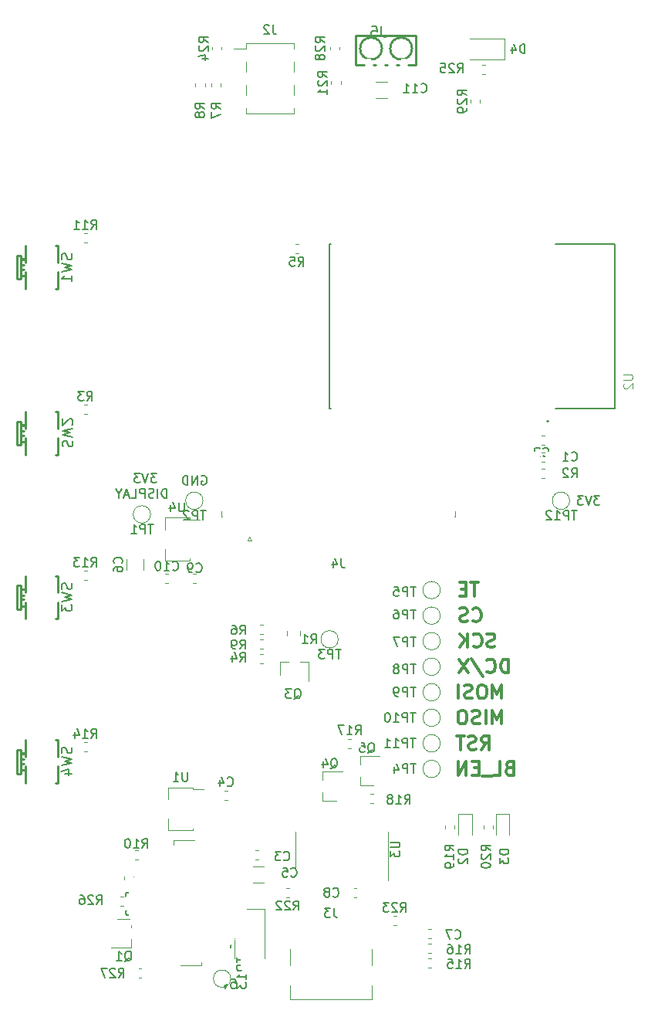
<source format=gbr>
%TF.GenerationSoftware,KiCad,Pcbnew,(5.1.6-0-10_14)*%
%TF.CreationDate,2021-01-05T22:04:13+01:00*%
%TF.ProjectId,ecsc21-badge,65637363-3231-42d6-9261-6467652e6b69,rev?*%
%TF.SameCoordinates,PX5c07920PY8b3c880*%
%TF.FileFunction,Legend,Bot*%
%TF.FilePolarity,Positive*%
%FSLAX46Y46*%
G04 Gerber Fmt 4.6, Leading zero omitted, Abs format (unit mm)*
G04 Created by KiCad (PCBNEW (5.1.6-0-10_14)) date 2021-01-05 22:04:13*
%MOMM*%
%LPD*%
G01*
G04 APERTURE LIST*
%ADD10C,0.150000*%
%ADD11C,0.300000*%
%ADD12C,0.120000*%
%ADD13C,0.254000*%
%ADD14C,0.200000*%
%ADD15C,0.127000*%
%ADD16C,0.152000*%
%ADD17C,0.015000*%
%ADD18C,0.010000*%
%ADD19R,0.600000X1.370000*%
%ADD20R,2.400000X3.200000*%
%ADD21R,0.400000X1.200000*%
%ADD22R,5.100000X5.100000*%
%ADD23R,1.000000X2.100000*%
%ADD24R,1.000000X0.900000*%
%ADD25C,1.000000*%
%ADD26R,1.100000X1.650000*%
%ADD27C,1.600000*%
%ADD28C,0.100000*%
%ADD29R,1.400000X1.000000*%
%ADD30R,1.900000X1.550000*%
%ADD31R,1.900000X1.300000*%
%ADD32R,0.400000X1.260000*%
%ADD33C,0.750000*%
%ADD34R,0.700000X1.260000*%
%ADD35R,0.900000X1.000000*%
%ADD36R,3.100000X1.100000*%
%ADD37R,1.900000X2.600000*%
G04 APERTURE END LIST*
D10*
X46490476Y-4452380D02*
X46966666Y-4452380D01*
X47014285Y-4928571D01*
X46966666Y-4880952D01*
X46871428Y-4833333D01*
X46633333Y-4833333D01*
X46538095Y-4880952D01*
X46490476Y-4928571D01*
X46442857Y-5023809D01*
X46442857Y-5261904D01*
X46490476Y-5357142D01*
X46538095Y-5404761D01*
X46633333Y-5452380D01*
X46871428Y-5452380D01*
X46966666Y-5404761D01*
X47014285Y-5357142D01*
X46157142Y-4452380D02*
X45823809Y-5452380D01*
X45490476Y-4452380D01*
X86938095Y48547620D02*
X86319047Y48547620D01*
X86652380Y48166667D01*
X86509523Y48166667D01*
X86414285Y48119048D01*
X86366666Y48071429D01*
X86319047Y47976191D01*
X86319047Y47738096D01*
X86366666Y47642858D01*
X86414285Y47595239D01*
X86509523Y47547620D01*
X86795238Y47547620D01*
X86890476Y47595239D01*
X86938095Y47642858D01*
X86033333Y48547620D02*
X85700000Y47547620D01*
X85366666Y48547620D01*
X85128571Y48547620D02*
X84509523Y48547620D01*
X84842857Y48166667D01*
X84700000Y48166667D01*
X84604761Y48119048D01*
X84557142Y48071429D01*
X84509523Y47976191D01*
X84509523Y47738096D01*
X84557142Y47642858D01*
X84604761Y47595239D01*
X84700000Y47547620D01*
X84985714Y47547620D01*
X85080952Y47595239D01*
X85128571Y47642858D01*
D11*
X77023571Y18707143D02*
X76809285Y18635715D01*
X76737857Y18564286D01*
X76666428Y18421429D01*
X76666428Y18207143D01*
X76737857Y18064286D01*
X76809285Y17992858D01*
X76952142Y17921429D01*
X77523571Y17921429D01*
X77523571Y19421429D01*
X77023571Y19421429D01*
X76880714Y19350000D01*
X76809285Y19278572D01*
X76737857Y19135715D01*
X76737857Y18992858D01*
X76809285Y18850000D01*
X76880714Y18778572D01*
X77023571Y18707143D01*
X77523571Y18707143D01*
X75309285Y17921429D02*
X76023571Y17921429D01*
X76023571Y19421429D01*
X75166428Y17778572D02*
X74023571Y17778572D01*
X73666428Y18707143D02*
X73166428Y18707143D01*
X72952142Y17921429D02*
X73666428Y17921429D01*
X73666428Y19421429D01*
X72952142Y19421429D01*
X72309285Y17921429D02*
X72309285Y19421429D01*
X71452142Y17921429D01*
X71452142Y19421429D01*
X73652142Y39021429D02*
X72795000Y39021429D01*
X73223571Y37521429D02*
X73223571Y39021429D01*
X72295000Y38307143D02*
X71795000Y38307143D01*
X71580714Y37521429D02*
X72295000Y37521429D01*
X72295000Y39021429D01*
X71580714Y39021429D01*
D10*
X43261904Y50700000D02*
X43357142Y50747620D01*
X43500000Y50747620D01*
X43642857Y50700000D01*
X43738095Y50604762D01*
X43785714Y50509524D01*
X43833333Y50319048D01*
X43833333Y50176191D01*
X43785714Y49985715D01*
X43738095Y49890477D01*
X43642857Y49795239D01*
X43500000Y49747620D01*
X43404761Y49747620D01*
X43261904Y49795239D01*
X43214285Y49842858D01*
X43214285Y50176191D01*
X43404761Y50176191D01*
X42785714Y49747620D02*
X42785714Y50747620D01*
X42214285Y49747620D01*
X42214285Y50747620D01*
X41738095Y49747620D02*
X41738095Y50747620D01*
X41500000Y50747620D01*
X41357142Y50700000D01*
X41261904Y50604762D01*
X41214285Y50509524D01*
X41166666Y50319048D01*
X41166666Y50176191D01*
X41214285Y49985715D01*
X41261904Y49890477D01*
X41357142Y49795239D01*
X41500000Y49747620D01*
X41738095Y49747620D01*
D11*
X73952142Y20721429D02*
X74452142Y21435715D01*
X74809285Y20721429D02*
X74809285Y22221429D01*
X74237857Y22221429D01*
X74095000Y22150000D01*
X74023571Y22078572D01*
X73952142Y21935715D01*
X73952142Y21721429D01*
X74023571Y21578572D01*
X74095000Y21507143D01*
X74237857Y21435715D01*
X74809285Y21435715D01*
X73380714Y20792858D02*
X73166428Y20721429D01*
X72809285Y20721429D01*
X72666428Y20792858D01*
X72595000Y20864286D01*
X72523571Y21007143D01*
X72523571Y21150000D01*
X72595000Y21292858D01*
X72666428Y21364286D01*
X72809285Y21435715D01*
X73095000Y21507143D01*
X73237857Y21578572D01*
X73309285Y21650000D01*
X73380714Y21792858D01*
X73380714Y21935715D01*
X73309285Y22078572D01*
X73237857Y22150000D01*
X73095000Y22221429D01*
X72737857Y22221429D01*
X72523571Y22150000D01*
X72095000Y22221429D02*
X71237857Y22221429D01*
X71666428Y20721429D02*
X71666428Y22221429D01*
X76166428Y23521429D02*
X76166428Y25021429D01*
X75666428Y23950000D01*
X75166428Y25021429D01*
X75166428Y23521429D01*
X74452142Y23521429D02*
X74452142Y25021429D01*
X73809285Y23592858D02*
X73595000Y23521429D01*
X73237857Y23521429D01*
X73095000Y23592858D01*
X73023571Y23664286D01*
X72952142Y23807143D01*
X72952142Y23950000D01*
X73023571Y24092858D01*
X73095000Y24164286D01*
X73237857Y24235715D01*
X73523571Y24307143D01*
X73666428Y24378572D01*
X73737857Y24450000D01*
X73809285Y24592858D01*
X73809285Y24735715D01*
X73737857Y24878572D01*
X73666428Y24950000D01*
X73523571Y25021429D01*
X73166428Y25021429D01*
X72952142Y24950000D01*
X72023571Y25021429D02*
X71737857Y25021429D01*
X71595000Y24950000D01*
X71452142Y24807143D01*
X71380714Y24521429D01*
X71380714Y24021429D01*
X71452142Y23735715D01*
X71595000Y23592858D01*
X71737857Y23521429D01*
X72023571Y23521429D01*
X72166428Y23592858D01*
X72309285Y23735715D01*
X72380714Y24021429D01*
X72380714Y24521429D01*
X72309285Y24807143D01*
X72166428Y24950000D01*
X72023571Y25021429D01*
X76166428Y26321429D02*
X76166428Y27821429D01*
X75666428Y26750000D01*
X75166428Y27821429D01*
X75166428Y26321429D01*
X74166428Y27821429D02*
X73880714Y27821429D01*
X73737857Y27750000D01*
X73595000Y27607143D01*
X73523571Y27321429D01*
X73523571Y26821429D01*
X73595000Y26535715D01*
X73737857Y26392858D01*
X73880714Y26321429D01*
X74166428Y26321429D01*
X74309285Y26392858D01*
X74452142Y26535715D01*
X74523571Y26821429D01*
X74523571Y27321429D01*
X74452142Y27607143D01*
X74309285Y27750000D01*
X74166428Y27821429D01*
X72952142Y26392858D02*
X72737857Y26321429D01*
X72380714Y26321429D01*
X72237857Y26392858D01*
X72166428Y26464286D01*
X72095000Y26607143D01*
X72095000Y26750000D01*
X72166428Y26892858D01*
X72237857Y26964286D01*
X72380714Y27035715D01*
X72666428Y27107143D01*
X72809285Y27178572D01*
X72880714Y27250000D01*
X72952142Y27392858D01*
X72952142Y27535715D01*
X72880714Y27678572D01*
X72809285Y27750000D01*
X72666428Y27821429D01*
X72309285Y27821429D01*
X72095000Y27750000D01*
X71452142Y26321429D02*
X71452142Y27821429D01*
X76937857Y29121429D02*
X76937857Y30621429D01*
X76580714Y30621429D01*
X76366428Y30550000D01*
X76223571Y30407143D01*
X76152142Y30264286D01*
X76080714Y29978572D01*
X76080714Y29764286D01*
X76152142Y29478572D01*
X76223571Y29335715D01*
X76366428Y29192858D01*
X76580714Y29121429D01*
X76937857Y29121429D01*
X74580714Y29264286D02*
X74652142Y29192858D01*
X74866428Y29121429D01*
X75009285Y29121429D01*
X75223571Y29192858D01*
X75366428Y29335715D01*
X75437857Y29478572D01*
X75509285Y29764286D01*
X75509285Y29978572D01*
X75437857Y30264286D01*
X75366428Y30407143D01*
X75223571Y30550000D01*
X75009285Y30621429D01*
X74866428Y30621429D01*
X74652142Y30550000D01*
X74580714Y30478572D01*
X72866428Y30692858D02*
X74152142Y28764286D01*
X72509285Y30621429D02*
X71509285Y29121429D01*
X71509285Y30621429D02*
X72509285Y29121429D01*
X75437857Y31992858D02*
X75223571Y31921429D01*
X74866428Y31921429D01*
X74723571Y31992858D01*
X74652142Y32064286D01*
X74580714Y32207143D01*
X74580714Y32350000D01*
X74652142Y32492858D01*
X74723571Y32564286D01*
X74866428Y32635715D01*
X75152142Y32707143D01*
X75295000Y32778572D01*
X75366428Y32850000D01*
X75437857Y32992858D01*
X75437857Y33135715D01*
X75366428Y33278572D01*
X75295000Y33350000D01*
X75152142Y33421429D01*
X74795000Y33421429D01*
X74580714Y33350000D01*
X73080714Y32064286D02*
X73152142Y31992858D01*
X73366428Y31921429D01*
X73509285Y31921429D01*
X73723571Y31992858D01*
X73866428Y32135715D01*
X73937857Y32278572D01*
X74009285Y32564286D01*
X74009285Y32778572D01*
X73937857Y33064286D01*
X73866428Y33207143D01*
X73723571Y33350000D01*
X73509285Y33421429D01*
X73366428Y33421429D01*
X73152142Y33350000D01*
X73080714Y33278572D01*
X72437857Y31921429D02*
X72437857Y33421429D01*
X71580714Y31921429D02*
X72223571Y32778572D01*
X71580714Y33421429D02*
X72437857Y32564286D01*
X73009285Y34864286D02*
X73080714Y34792858D01*
X73295000Y34721429D01*
X73437857Y34721429D01*
X73652142Y34792858D01*
X73795000Y34935715D01*
X73866428Y35078572D01*
X73937857Y35364286D01*
X73937857Y35578572D01*
X73866428Y35864286D01*
X73795000Y36007143D01*
X73652142Y36150000D01*
X73437857Y36221429D01*
X73295000Y36221429D01*
X73080714Y36150000D01*
X73009285Y36078572D01*
X72437857Y34792858D02*
X72223571Y34721429D01*
X71866428Y34721429D01*
X71723571Y34792858D01*
X71652142Y34864286D01*
X71580714Y35007143D01*
X71580714Y35150000D01*
X71652142Y35292858D01*
X71723571Y35364286D01*
X71866428Y35435715D01*
X72152142Y35507143D01*
X72295000Y35578572D01*
X72366428Y35650000D01*
X72437857Y35792858D01*
X72437857Y35935715D01*
X72366428Y36078572D01*
X72295000Y36150000D01*
X72152142Y36221429D01*
X71795000Y36221429D01*
X71580714Y36150000D01*
D10*
X38319047Y50972620D02*
X37700000Y50972620D01*
X38033333Y50591667D01*
X37890476Y50591667D01*
X37795238Y50544048D01*
X37747619Y50496429D01*
X37700000Y50401191D01*
X37700000Y50163096D01*
X37747619Y50067858D01*
X37795238Y50020239D01*
X37890476Y49972620D01*
X38176190Y49972620D01*
X38271428Y50020239D01*
X38319047Y50067858D01*
X37414285Y50972620D02*
X37080952Y49972620D01*
X36747619Y50972620D01*
X36509523Y50972620D02*
X35890476Y50972620D01*
X36223809Y50591667D01*
X36080952Y50591667D01*
X35985714Y50544048D01*
X35938095Y50496429D01*
X35890476Y50401191D01*
X35890476Y50163096D01*
X35938095Y50067858D01*
X35985714Y50020239D01*
X36080952Y49972620D01*
X36366666Y49972620D01*
X36461904Y50020239D01*
X36509523Y50067858D01*
X39438095Y48322620D02*
X39438095Y49322620D01*
X39200000Y49322620D01*
X39057142Y49275000D01*
X38961904Y49179762D01*
X38914285Y49084524D01*
X38866666Y48894048D01*
X38866666Y48751191D01*
X38914285Y48560715D01*
X38961904Y48465477D01*
X39057142Y48370239D01*
X39200000Y48322620D01*
X39438095Y48322620D01*
X38438095Y48322620D02*
X38438095Y49322620D01*
X38009523Y48370239D02*
X37866666Y48322620D01*
X37628571Y48322620D01*
X37533333Y48370239D01*
X37485714Y48417858D01*
X37438095Y48513096D01*
X37438095Y48608334D01*
X37485714Y48703572D01*
X37533333Y48751191D01*
X37628571Y48798810D01*
X37819047Y48846429D01*
X37914285Y48894048D01*
X37961904Y48941667D01*
X38009523Y49036905D01*
X38009523Y49132143D01*
X37961904Y49227381D01*
X37914285Y49275000D01*
X37819047Y49322620D01*
X37580952Y49322620D01*
X37438095Y49275000D01*
X37009523Y48322620D02*
X37009523Y49322620D01*
X36628571Y49322620D01*
X36533333Y49275000D01*
X36485714Y49227381D01*
X36438095Y49132143D01*
X36438095Y48989286D01*
X36485714Y48894048D01*
X36533333Y48846429D01*
X36628571Y48798810D01*
X37009523Y48798810D01*
X35533333Y48322620D02*
X36009523Y48322620D01*
X36009523Y49322620D01*
X35247619Y48608334D02*
X34771428Y48608334D01*
X35342857Y48322620D02*
X35009523Y49322620D01*
X34676190Y48322620D01*
X34152380Y48798810D02*
X34152380Y48322620D01*
X34485714Y49322620D02*
X34152380Y48798810D01*
X33819047Y49322620D01*
D12*
%TO.C,D6*%
X40900000Y-1465000D02*
X43185000Y-1465000D01*
X43185000Y-1465000D02*
X43185000Y-2935000D01*
X43185000Y-2935000D02*
X40900000Y-2935000D01*
%TO.C,D5*%
X42487500Y9265000D02*
X40202500Y9265000D01*
X40202500Y9265000D02*
X40202500Y10735000D01*
X40202500Y10735000D02*
X42487500Y10735000D01*
D13*
%TO.C,J5*%
X66802000Y98975000D02*
X66802000Y95800000D01*
X66802000Y95800000D02*
X65886000Y95800000D01*
X64924000Y95800000D02*
X64616000Y95800000D01*
X63654000Y95800000D02*
X63346000Y95800000D01*
X62384000Y95800000D02*
X62076000Y95800000D01*
X61114000Y95800000D02*
X60198000Y95800000D01*
X60198000Y95800000D02*
X60198000Y98975000D01*
X60198000Y98975000D02*
X66802000Y98975000D01*
X66351000Y97578000D02*
G75*
G03*
X66351000Y97578000I-1200000J0D01*
G01*
X63049000Y97578000D02*
G75*
G03*
X63049000Y97578000I-1200000J0D01*
G01*
D12*
%TO.C,J4*%
X45535000Y46240000D02*
X45425000Y46240000D01*
X45425000Y46240000D02*
X45425000Y46840000D01*
X70965000Y46240000D02*
X71075000Y46240000D01*
X71075000Y46240000D02*
X71075000Y46840000D01*
X48300000Y43650000D02*
X48500000Y44050000D01*
X48500000Y44050000D02*
X48700000Y43650000D01*
X48700000Y43650000D02*
X48300000Y43650000D01*
%TO.C,R29*%
X73810000Y91962779D02*
X73810000Y91637221D01*
X72790000Y91962779D02*
X72790000Y91637221D01*
%TO.C,R28*%
X57390000Y97437221D02*
X57390000Y97762779D01*
X58410000Y97437221D02*
X58410000Y97762779D01*
%TO.C,R27*%
X36662779Y-3290000D02*
X36337221Y-3290000D01*
X36662779Y-4310000D02*
X36337221Y-4310000D01*
%TO.C,R12*%
X34790000Y6762779D02*
X34790000Y6437221D01*
X35810000Y6762779D02*
X35810000Y6437221D01*
%TO.C,R21*%
X57490000Y93962779D02*
X57490000Y93637221D01*
X58510000Y93962779D02*
X58510000Y93637221D01*
D14*
%TO.C,U2*%
X81350000Y56700000D02*
G75*
G03*
X81350000Y56700000I-100000J0D01*
G01*
D15*
X57250000Y76100000D02*
X57450000Y76100000D01*
X57250000Y58100000D02*
X57250000Y76100000D01*
X57450000Y58100000D02*
X57250000Y58100000D01*
X88650000Y76100000D02*
X82080000Y76100000D01*
X88650000Y58100000D02*
X88650000Y76100000D01*
X82080000Y58100000D02*
X88650000Y58100000D01*
D12*
%TO.C,R26*%
X34347221Y4595000D02*
X34672779Y4595000D01*
X34347221Y3575000D02*
X34672779Y3575000D01*
%TO.C,Q1*%
X35490000Y2135000D02*
X34030000Y2135000D01*
X35490000Y-1025000D02*
X33330000Y-1025000D01*
X35490000Y-1025000D02*
X35490000Y-95000D01*
X35490000Y2135000D02*
X35490000Y1205000D01*
%TO.C,D4*%
X76535000Y96415000D02*
X72650000Y96415000D01*
X76535000Y98685000D02*
X76535000Y96415000D01*
X72650000Y98685000D02*
X76535000Y98685000D01*
%TO.C,R25*%
X74412779Y94790000D02*
X74087221Y94790000D01*
X74412779Y95810000D02*
X74087221Y95810000D01*
%TO.C,R24*%
X45410000Y97762779D02*
X45410000Y97437221D01*
X44390000Y97762779D02*
X44390000Y97437221D01*
%TO.C,C11*%
X62397936Y93960000D02*
X63602064Y93960000D01*
X62397936Y92140000D02*
X63602064Y92140000D01*
D13*
%TO.C,SW4*%
X23414000Y19171000D02*
X23724000Y19171000D01*
X23414000Y19651000D02*
X23733000Y19651000D01*
X23414000Y20281000D02*
X23950000Y20281000D01*
X23950000Y19922000D02*
X23950000Y21750000D01*
X23950000Y17050000D02*
X23950000Y18878000D01*
X27450000Y19922000D02*
X27450000Y21750000D01*
X27450000Y17050000D02*
X27450000Y18878000D01*
X27224000Y17050000D02*
X27450000Y17050000D01*
X23414000Y20308000D02*
X23950000Y20308000D01*
X23414000Y18466000D02*
X23950000Y18466000D01*
X23414000Y20700000D02*
X23414000Y18130000D01*
X22950000Y20700000D02*
X23414000Y20700000D01*
X22950000Y18100000D02*
X22950000Y20700000D01*
X23414000Y18100000D02*
X22950000Y18100000D01*
X27450000Y21750000D02*
X27224000Y21750000D01*
%TO.C,SW3*%
X23414000Y37171000D02*
X23724000Y37171000D01*
X23414000Y37651000D02*
X23733000Y37651000D01*
X23414000Y38281000D02*
X23950000Y38281000D01*
X23950000Y37922000D02*
X23950000Y39750000D01*
X23950000Y35050000D02*
X23950000Y36878000D01*
X27450000Y37922000D02*
X27450000Y39750000D01*
X27450000Y35050000D02*
X27450000Y36878000D01*
X27224000Y35050000D02*
X27450000Y35050000D01*
X23414000Y38308000D02*
X23950000Y38308000D01*
X23414000Y36466000D02*
X23950000Y36466000D01*
X23414000Y38700000D02*
X23414000Y36130000D01*
X22950000Y38700000D02*
X23414000Y38700000D01*
X22950000Y36100000D02*
X22950000Y38700000D01*
X23414000Y36100000D02*
X22950000Y36100000D01*
X27450000Y39750000D02*
X27224000Y39750000D01*
%TO.C,SW2*%
X23414000Y55171000D02*
X23724000Y55171000D01*
X23414000Y55651000D02*
X23733000Y55651000D01*
X23414000Y56281000D02*
X23950000Y56281000D01*
X23950000Y55922000D02*
X23950000Y57750000D01*
X23950000Y53050000D02*
X23950000Y54878000D01*
X27450000Y55922000D02*
X27450000Y57750000D01*
X27450000Y53050000D02*
X27450000Y54878000D01*
X27224000Y53050000D02*
X27450000Y53050000D01*
X23414000Y56308000D02*
X23950000Y56308000D01*
X23414000Y54466000D02*
X23950000Y54466000D01*
X23414000Y56700000D02*
X23414000Y54130000D01*
X22950000Y56700000D02*
X23414000Y56700000D01*
X22950000Y54100000D02*
X22950000Y56700000D01*
X23414000Y54100000D02*
X22950000Y54100000D01*
X27450000Y57750000D02*
X27224000Y57750000D01*
%TO.C,SW1*%
X23414000Y73371000D02*
X23724000Y73371000D01*
X23414000Y73851000D02*
X23733000Y73851000D01*
X23414000Y74481000D02*
X23950000Y74481000D01*
X23950000Y74122000D02*
X23950000Y75950000D01*
X23950000Y71250000D02*
X23950000Y73078000D01*
X27450000Y74122000D02*
X27450000Y75950000D01*
X27450000Y71250000D02*
X27450000Y73078000D01*
X27224000Y71250000D02*
X27450000Y71250000D01*
X23414000Y74508000D02*
X23950000Y74508000D01*
X23414000Y72666000D02*
X23950000Y72666000D01*
X23414000Y74900000D02*
X23414000Y72330000D01*
X22950000Y74900000D02*
X23414000Y74900000D01*
X22950000Y72300000D02*
X22950000Y74900000D01*
X23414000Y72300000D02*
X22950000Y72300000D01*
X27450000Y75950000D02*
X27224000Y75950000D01*
D12*
%TO.C,C6*%
X35040000Y41602064D02*
X35040000Y40397936D01*
X36860000Y41602064D02*
X36860000Y40397936D01*
%TO.C,TP13*%
X46450000Y-4400000D02*
G75*
G03*
X46450000Y-4400000I-950000J0D01*
G01*
%TO.C,TP12*%
X83650000Y48000000D02*
G75*
G03*
X83650000Y48000000I-950000J0D01*
G01*
%TO.C,TP11*%
X69450000Y21400000D02*
G75*
G03*
X69450000Y21400000I-950000J0D01*
G01*
%TO.C,TP10*%
X69450000Y24200000D02*
G75*
G03*
X69450000Y24200000I-950000J0D01*
G01*
%TO.C,TP9*%
X69450000Y27000000D02*
G75*
G03*
X69450000Y27000000I-950000J0D01*
G01*
%TO.C,TP8*%
X69450000Y29800000D02*
G75*
G03*
X69450000Y29800000I-950000J0D01*
G01*
%TO.C,TP7*%
X69450000Y32600000D02*
G75*
G03*
X69450000Y32600000I-950000J0D01*
G01*
%TO.C,TP6*%
X69450000Y35400000D02*
G75*
G03*
X69450000Y35400000I-950000J0D01*
G01*
%TO.C,TP5*%
X69450000Y38200000D02*
G75*
G03*
X69450000Y38200000I-950000J0D01*
G01*
%TO.C,TP4*%
X69450000Y18600000D02*
G75*
G03*
X69450000Y18600000I-950000J0D01*
G01*
%TO.C,TP3*%
X58250000Y32800000D02*
G75*
G03*
X58250000Y32800000I-950000J0D01*
G01*
%TO.C,TP2*%
X43400000Y48000000D02*
G75*
G03*
X43400000Y48000000I-950000J0D01*
G01*
%TO.C,TP1*%
X37650000Y46500000D02*
G75*
G03*
X37650000Y46500000I-950000J0D01*
G01*
%TO.C,R9*%
X50012779Y32810000D02*
X49687221Y32810000D01*
X50012779Y31790000D02*
X49687221Y31790000D01*
%TO.C,R6*%
X50012779Y34410000D02*
X49687221Y34410000D01*
X50012779Y33390000D02*
X49687221Y33390000D01*
%TO.C,R4*%
X50012779Y31210000D02*
X49687221Y31210000D01*
X50012779Y30190000D02*
X49687221Y30190000D01*
%TO.C,U4*%
X41930000Y41410000D02*
X41930000Y41640000D01*
X41930000Y46130000D02*
X41930000Y45900000D01*
X41930000Y46130000D02*
X39210000Y46130000D01*
X39210000Y46130000D02*
X39210000Y44820000D01*
X43070000Y45900000D02*
X41930000Y45900000D01*
X39210000Y41410000D02*
X41930000Y41410000D01*
X39210000Y42720000D02*
X39210000Y41410000D01*
%TO.C,R1*%
X54030000Y33741252D02*
X54030000Y33218748D01*
X52610000Y33741252D02*
X52610000Y33218748D01*
%TO.C,C10*%
X39287221Y40010000D02*
X39612779Y40010000D01*
X39287221Y38990000D02*
X39612779Y38990000D01*
%TO.C,C9*%
X42287221Y40010000D02*
X42612779Y40010000D01*
X42287221Y38990000D02*
X42612779Y38990000D01*
%TO.C,J3*%
X61920000Y-1130000D02*
X61920000Y-2930000D01*
X61920000Y-6640000D02*
X61920000Y-5180000D01*
X52980000Y-6640000D02*
X52980000Y-5180000D01*
X52980000Y-1130000D02*
X52980000Y-2930000D01*
X52980000Y-6640000D02*
X61920000Y-6640000D01*
%TO.C,U3*%
X63710000Y9800000D02*
X63710000Y6350000D01*
X63710000Y9800000D02*
X63710000Y11750000D01*
X53590000Y9800000D02*
X53590000Y7850000D01*
X53590000Y9800000D02*
X53590000Y11750000D01*
%TO.C,U1*%
X42310000Y11840000D02*
X42310000Y12070000D01*
X42310000Y16560000D02*
X42310000Y16330000D01*
X42310000Y16560000D02*
X39590000Y16560000D01*
X39590000Y16560000D02*
X39590000Y15250000D01*
X43450000Y16330000D02*
X42310000Y16330000D01*
X39590000Y11840000D02*
X42310000Y11840000D01*
X39590000Y13150000D02*
X39590000Y11840000D01*
%TO.C,R23*%
X64612779Y1440000D02*
X64287221Y1440000D01*
X64612779Y2460000D02*
X64287221Y2460000D01*
%TO.C,R22*%
X52537221Y5510000D02*
X52862779Y5510000D01*
X52537221Y4490000D02*
X52862779Y4490000D01*
%TO.C,R20*%
X75200000Y12362779D02*
X75200000Y12037221D01*
X74180000Y12362779D02*
X74180000Y12037221D01*
%TO.C,R19*%
X69990000Y12037221D02*
X69990000Y12362779D01*
X71010000Y12037221D02*
X71010000Y12362779D01*
%TO.C,R18*%
X62092779Y14850000D02*
X61767221Y14850000D01*
X62092779Y15870000D02*
X61767221Y15870000D01*
%TO.C,R17*%
X59662779Y20890000D02*
X59337221Y20890000D01*
X59662779Y21910000D02*
X59337221Y21910000D01*
%TO.C,R16*%
X68137221Y-590000D02*
X68462779Y-590000D01*
X68137221Y-1610000D02*
X68462779Y-1610000D01*
%TO.C,R15*%
X68462779Y-3210000D02*
X68137221Y-3210000D01*
X68462779Y-2190000D02*
X68137221Y-2190000D01*
%TO.C,R14*%
X30662779Y20490000D02*
X30337221Y20490000D01*
X30662779Y21510000D02*
X30337221Y21510000D01*
%TO.C,R13*%
X30662779Y39290000D02*
X30337221Y39290000D01*
X30662779Y40310000D02*
X30337221Y40310000D01*
%TO.C,R11*%
X30662779Y76290000D02*
X30337221Y76290000D01*
X30662779Y77310000D02*
X30337221Y77310000D01*
%TO.C,R10*%
X36262779Y8690000D02*
X35937221Y8690000D01*
X36262779Y9710000D02*
X35937221Y9710000D01*
%TO.C,R8*%
X42590000Y93762779D02*
X42590000Y93437221D01*
X43610000Y93762779D02*
X43610000Y93437221D01*
%TO.C,R7*%
X44350000Y93762779D02*
X44350000Y93437221D01*
X45370000Y93762779D02*
X45370000Y93437221D01*
%TO.C,R5*%
X53537221Y76110000D02*
X53862779Y76110000D01*
X53537221Y75090000D02*
X53862779Y75090000D01*
%TO.C,R3*%
X30662779Y57490000D02*
X30337221Y57490000D01*
X30662779Y58510000D02*
X30337221Y58510000D01*
%TO.C,R2*%
X80537221Y51510000D02*
X80862779Y51510000D01*
X80537221Y50490000D02*
X80862779Y50490000D01*
%TO.C,Q5*%
X60640000Y16820000D02*
X62100000Y16820000D01*
X60640000Y19980000D02*
X62800000Y19980000D01*
X60640000Y19980000D02*
X60640000Y19050000D01*
X60640000Y16820000D02*
X60640000Y17750000D01*
%TO.C,Q4*%
X56550000Y15110000D02*
X58010000Y15110000D01*
X56550000Y18270000D02*
X58710000Y18270000D01*
X56550000Y18270000D02*
X56550000Y17340000D01*
X56550000Y15110000D02*
X56550000Y16040000D01*
%TO.C,Q3*%
X51870000Y30360000D02*
X51870000Y28900000D01*
X55030000Y30360000D02*
X55030000Y28200000D01*
X55030000Y30360000D02*
X54100000Y30360000D01*
X51870000Y30360000D02*
X52800000Y30360000D01*
%TO.C,J2*%
X53350000Y98170000D02*
X48150000Y98170000D01*
X48150000Y98170000D02*
X48150000Y97600000D01*
X48150000Y96080000D02*
X48150000Y95060000D01*
X48150000Y93540000D02*
X48150000Y92520000D01*
X48150000Y91000000D02*
X48150000Y90430000D01*
X53350000Y90430000D02*
X48150000Y90430000D01*
X53350000Y98170000D02*
X53350000Y97600000D01*
X53350000Y96080000D02*
X53350000Y95060000D01*
X53350000Y93540000D02*
X53350000Y92520000D01*
X53350000Y91000000D02*
X53350000Y90430000D01*
X48150000Y97600000D02*
X46790000Y97600000D01*
%TO.C,D3*%
X77035000Y13685000D02*
X77035000Y11400000D01*
X75565000Y13685000D02*
X77035000Y13685000D01*
X75565000Y11400000D02*
X75565000Y13685000D01*
%TO.C,D2*%
X72915000Y13685000D02*
X72915000Y11400000D01*
X71445000Y13685000D02*
X72915000Y13685000D01*
X71445000Y11400000D02*
X71445000Y13685000D01*
%TO.C,D1*%
X46850000Y3200000D02*
X46850000Y-2200000D01*
X50150000Y3200000D02*
X50150000Y-2200000D01*
X46850000Y3200000D02*
X50150000Y3200000D01*
%TO.C,C8*%
X60275279Y4490000D02*
X59949721Y4490000D01*
X60275279Y5510000D02*
X59949721Y5510000D01*
%TO.C,C7*%
X68462779Y-10000D02*
X68137221Y-10000D01*
X68462779Y1010000D02*
X68137221Y1010000D01*
%TO.C,C5*%
X48897936Y7910000D02*
X50102064Y7910000D01*
X48897936Y6090000D02*
X50102064Y6090000D01*
%TO.C,C4*%
X46082779Y15200000D02*
X45757221Y15200000D01*
X46082779Y16220000D02*
X45757221Y16220000D01*
%TO.C,C3*%
X49462779Y8690000D02*
X49137221Y8690000D01*
X49462779Y9710000D02*
X49137221Y9710000D01*
%TO.C,C2*%
X80537221Y55110000D02*
X80862779Y55110000D01*
X80537221Y54090000D02*
X80862779Y54090000D01*
%TO.C,C1*%
X80537221Y53310000D02*
X80862779Y53310000D01*
X80537221Y52290000D02*
X80862779Y52290000D01*
%TO.C,D6*%
D10*
X42438095Y-1222380D02*
X42438095Y-222380D01*
X42200000Y-222380D01*
X42057142Y-270000D01*
X41961904Y-365238D01*
X41914285Y-460476D01*
X41866666Y-650952D01*
X41866666Y-793809D01*
X41914285Y-984285D01*
X41961904Y-1079523D01*
X42057142Y-1174761D01*
X42200000Y-1222380D01*
X42438095Y-1222380D01*
X41009523Y-222380D02*
X41200000Y-222380D01*
X41295238Y-270000D01*
X41342857Y-317619D01*
X41438095Y-460476D01*
X41485714Y-650952D01*
X41485714Y-1031904D01*
X41438095Y-1127142D01*
X41390476Y-1174761D01*
X41295238Y-1222380D01*
X41104761Y-1222380D01*
X41009523Y-1174761D01*
X40961904Y-1127142D01*
X40914285Y-1031904D01*
X40914285Y-793809D01*
X40961904Y-698571D01*
X41009523Y-650952D01*
X41104761Y-603333D01*
X41295238Y-603333D01*
X41390476Y-650952D01*
X41438095Y-698571D01*
X41485714Y-793809D01*
%TO.C,D5*%
X42425595Y8117620D02*
X42425595Y9117620D01*
X42187500Y9117620D01*
X42044642Y9070000D01*
X41949404Y8974762D01*
X41901785Y8879524D01*
X41854166Y8689048D01*
X41854166Y8546191D01*
X41901785Y8355715D01*
X41949404Y8260477D01*
X42044642Y8165239D01*
X42187500Y8117620D01*
X42425595Y8117620D01*
X40949404Y9117620D02*
X41425595Y9117620D01*
X41473214Y8641429D01*
X41425595Y8689048D01*
X41330357Y8736667D01*
X41092261Y8736667D01*
X40997023Y8689048D01*
X40949404Y8641429D01*
X40901785Y8546191D01*
X40901785Y8308096D01*
X40949404Y8212858D01*
X40997023Y8165239D01*
X41092261Y8117620D01*
X41330357Y8117620D01*
X41425595Y8165239D01*
X41473214Y8212858D01*
%TO.C,J5*%
D16*
X62985485Y99981929D02*
X62985485Y99165500D01*
X63039914Y99002215D01*
X63148771Y98893358D01*
X63312057Y98838929D01*
X63420914Y98838929D01*
X61896914Y99981929D02*
X62441200Y99981929D01*
X62495628Y99437643D01*
X62441200Y99492072D01*
X62332342Y99546500D01*
X62060200Y99546500D01*
X61951342Y99492072D01*
X61896914Y99437643D01*
X61842485Y99328786D01*
X61842485Y99056643D01*
X61896914Y98947786D01*
X61951342Y98893358D01*
X62060200Y98838929D01*
X62332342Y98838929D01*
X62441200Y98893358D01*
X62495628Y98947786D01*
%TO.C,J4*%
D10*
X58583333Y41647620D02*
X58583333Y40933334D01*
X58630952Y40790477D01*
X58726190Y40695239D01*
X58869047Y40647620D01*
X58964285Y40647620D01*
X57678571Y41314286D02*
X57678571Y40647620D01*
X57916666Y41695239D02*
X58154761Y40980953D01*
X57535714Y40980953D01*
%TO.C,R29*%
X72322380Y92442858D02*
X71846190Y92776191D01*
X72322380Y93014286D02*
X71322380Y93014286D01*
X71322380Y92633334D01*
X71370000Y92538096D01*
X71417619Y92490477D01*
X71512857Y92442858D01*
X71655714Y92442858D01*
X71750952Y92490477D01*
X71798571Y92538096D01*
X71846190Y92633334D01*
X71846190Y93014286D01*
X71417619Y92061905D02*
X71370000Y92014286D01*
X71322380Y91919048D01*
X71322380Y91680953D01*
X71370000Y91585715D01*
X71417619Y91538096D01*
X71512857Y91490477D01*
X71608095Y91490477D01*
X71750952Y91538096D01*
X72322380Y92109524D01*
X72322380Y91490477D01*
X72322380Y91014286D02*
X72322380Y90823810D01*
X72274761Y90728572D01*
X72227142Y90680953D01*
X72084285Y90585715D01*
X71893809Y90538096D01*
X71512857Y90538096D01*
X71417619Y90585715D01*
X71370000Y90633334D01*
X71322380Y90728572D01*
X71322380Y90919048D01*
X71370000Y91014286D01*
X71417619Y91061905D01*
X71512857Y91109524D01*
X71750952Y91109524D01*
X71846190Y91061905D01*
X71893809Y91014286D01*
X71941428Y90919048D01*
X71941428Y90728572D01*
X71893809Y90633334D01*
X71846190Y90585715D01*
X71750952Y90538096D01*
%TO.C,R28*%
X56752380Y98242858D02*
X56276190Y98576191D01*
X56752380Y98814286D02*
X55752380Y98814286D01*
X55752380Y98433334D01*
X55800000Y98338096D01*
X55847619Y98290477D01*
X55942857Y98242858D01*
X56085714Y98242858D01*
X56180952Y98290477D01*
X56228571Y98338096D01*
X56276190Y98433334D01*
X56276190Y98814286D01*
X55847619Y97861905D02*
X55800000Y97814286D01*
X55752380Y97719048D01*
X55752380Y97480953D01*
X55800000Y97385715D01*
X55847619Y97338096D01*
X55942857Y97290477D01*
X56038095Y97290477D01*
X56180952Y97338096D01*
X56752380Y97909524D01*
X56752380Y97290477D01*
X56180952Y96719048D02*
X56133333Y96814286D01*
X56085714Y96861905D01*
X55990476Y96909524D01*
X55942857Y96909524D01*
X55847619Y96861905D01*
X55800000Y96814286D01*
X55752380Y96719048D01*
X55752380Y96528572D01*
X55800000Y96433334D01*
X55847619Y96385715D01*
X55942857Y96338096D01*
X55990476Y96338096D01*
X56085714Y96385715D01*
X56133333Y96433334D01*
X56180952Y96528572D01*
X56180952Y96719048D01*
X56228571Y96814286D01*
X56276190Y96861905D01*
X56371428Y96909524D01*
X56561904Y96909524D01*
X56657142Y96861905D01*
X56704761Y96814286D01*
X56752380Y96719048D01*
X56752380Y96528572D01*
X56704761Y96433334D01*
X56657142Y96385715D01*
X56561904Y96338096D01*
X56371428Y96338096D01*
X56276190Y96385715D01*
X56228571Y96433334D01*
X56180952Y96528572D01*
%TO.C,R27*%
X34142857Y-4252380D02*
X34476190Y-3776190D01*
X34714285Y-4252380D02*
X34714285Y-3252380D01*
X34333333Y-3252380D01*
X34238095Y-3300000D01*
X34190476Y-3347619D01*
X34142857Y-3442857D01*
X34142857Y-3585714D01*
X34190476Y-3680952D01*
X34238095Y-3728571D01*
X34333333Y-3776190D01*
X34714285Y-3776190D01*
X33761904Y-3347619D02*
X33714285Y-3300000D01*
X33619047Y-3252380D01*
X33380952Y-3252380D01*
X33285714Y-3300000D01*
X33238095Y-3347619D01*
X33190476Y-3442857D01*
X33190476Y-3538095D01*
X33238095Y-3680952D01*
X33809523Y-4252380D01*
X33190476Y-4252380D01*
X32857142Y-3252380D02*
X32190476Y-3252380D01*
X32619047Y-4252380D01*
%TO.C,R12*%
X35952380Y4442858D02*
X35476190Y4776191D01*
X35952380Y5014286D02*
X34952380Y5014286D01*
X34952380Y4633334D01*
X35000000Y4538096D01*
X35047619Y4490477D01*
X35142857Y4442858D01*
X35285714Y4442858D01*
X35380952Y4490477D01*
X35428571Y4538096D01*
X35476190Y4633334D01*
X35476190Y5014286D01*
X35952380Y3490477D02*
X35952380Y4061905D01*
X35952380Y3776191D02*
X34952380Y3776191D01*
X35095238Y3871429D01*
X35190476Y3966667D01*
X35238095Y4061905D01*
X35047619Y3109524D02*
X35000000Y3061905D01*
X34952380Y2966667D01*
X34952380Y2728572D01*
X35000000Y2633334D01*
X35047619Y2585715D01*
X35142857Y2538096D01*
X35238095Y2538096D01*
X35380952Y2585715D01*
X35952380Y3157143D01*
X35952380Y2538096D01*
%TO.C,R21*%
X57022380Y94442858D02*
X56546190Y94776191D01*
X57022380Y95014286D02*
X56022380Y95014286D01*
X56022380Y94633334D01*
X56070000Y94538096D01*
X56117619Y94490477D01*
X56212857Y94442858D01*
X56355714Y94442858D01*
X56450952Y94490477D01*
X56498571Y94538096D01*
X56546190Y94633334D01*
X56546190Y95014286D01*
X56117619Y94061905D02*
X56070000Y94014286D01*
X56022380Y93919048D01*
X56022380Y93680953D01*
X56070000Y93585715D01*
X56117619Y93538096D01*
X56212857Y93490477D01*
X56308095Y93490477D01*
X56450952Y93538096D01*
X57022380Y94109524D01*
X57022380Y93490477D01*
X57022380Y92538096D02*
X57022380Y93109524D01*
X57022380Y92823810D02*
X56022380Y92823810D01*
X56165238Y92919048D01*
X56260476Y93014286D01*
X56308095Y93109524D01*
%TO.C,U2*%
D17*
X89537380Y61836905D02*
X90346904Y61836905D01*
X90442142Y61789286D01*
X90489761Y61741667D01*
X90537380Y61646429D01*
X90537380Y61455953D01*
X90489761Y61360715D01*
X90442142Y61313096D01*
X90346904Y61265477D01*
X89537380Y61265477D01*
X89632619Y60836905D02*
X89585000Y60789286D01*
X89537380Y60694048D01*
X89537380Y60455953D01*
X89585000Y60360715D01*
X89632619Y60313096D01*
X89727857Y60265477D01*
X89823095Y60265477D01*
X89965952Y60313096D01*
X90537380Y60884524D01*
X90537380Y60265477D01*
%TO.C,R26*%
D10*
X31742857Y3747620D02*
X32076190Y4223810D01*
X32314285Y3747620D02*
X32314285Y4747620D01*
X31933333Y4747620D01*
X31838095Y4700000D01*
X31790476Y4652381D01*
X31742857Y4557143D01*
X31742857Y4414286D01*
X31790476Y4319048D01*
X31838095Y4271429D01*
X31933333Y4223810D01*
X32314285Y4223810D01*
X31361904Y4652381D02*
X31314285Y4700000D01*
X31219047Y4747620D01*
X30980952Y4747620D01*
X30885714Y4700000D01*
X30838095Y4652381D01*
X30790476Y4557143D01*
X30790476Y4461905D01*
X30838095Y4319048D01*
X31409523Y3747620D01*
X30790476Y3747620D01*
X29933333Y4747620D02*
X30123809Y4747620D01*
X30219047Y4700000D01*
X30266666Y4652381D01*
X30361904Y4509524D01*
X30409523Y4319048D01*
X30409523Y3938096D01*
X30361904Y3842858D01*
X30314285Y3795239D01*
X30219047Y3747620D01*
X30028571Y3747620D01*
X29933333Y3795239D01*
X29885714Y3842858D01*
X29838095Y3938096D01*
X29838095Y4176191D01*
X29885714Y4271429D01*
X29933333Y4319048D01*
X30028571Y4366667D01*
X30219047Y4366667D01*
X30314285Y4319048D01*
X30361904Y4271429D01*
X30409523Y4176191D01*
%TO.C,Q1*%
X34825238Y-2492619D02*
X34920476Y-2445000D01*
X35015714Y-2349761D01*
X35158571Y-2206904D01*
X35253809Y-2159285D01*
X35349047Y-2159285D01*
X35301428Y-2397380D02*
X35396666Y-2349761D01*
X35491904Y-2254523D01*
X35539523Y-2064047D01*
X35539523Y-1730714D01*
X35491904Y-1540238D01*
X35396666Y-1445000D01*
X35301428Y-1397380D01*
X35110952Y-1397380D01*
X35015714Y-1445000D01*
X34920476Y-1540238D01*
X34872857Y-1730714D01*
X34872857Y-2064047D01*
X34920476Y-2254523D01*
X35015714Y-2349761D01*
X35110952Y-2397380D01*
X35301428Y-2397380D01*
X33920476Y-2397380D02*
X34491904Y-2397380D01*
X34206190Y-2397380D02*
X34206190Y-1397380D01*
X34301428Y-1540238D01*
X34396666Y-1635476D01*
X34491904Y-1683095D01*
%TO.C,D4*%
X78738095Y97047620D02*
X78738095Y98047620D01*
X78500000Y98047620D01*
X78357142Y98000000D01*
X78261904Y97904762D01*
X78214285Y97809524D01*
X78166666Y97619048D01*
X78166666Y97476191D01*
X78214285Y97285715D01*
X78261904Y97190477D01*
X78357142Y97095239D01*
X78500000Y97047620D01*
X78738095Y97047620D01*
X77309523Y97714286D02*
X77309523Y97047620D01*
X77547619Y98095239D02*
X77785714Y97380953D01*
X77166666Y97380953D01*
%TO.C,R25*%
X71342857Y94947620D02*
X71676190Y95423810D01*
X71914285Y94947620D02*
X71914285Y95947620D01*
X71533333Y95947620D01*
X71438095Y95900000D01*
X71390476Y95852381D01*
X71342857Y95757143D01*
X71342857Y95614286D01*
X71390476Y95519048D01*
X71438095Y95471429D01*
X71533333Y95423810D01*
X71914285Y95423810D01*
X70961904Y95852381D02*
X70914285Y95900000D01*
X70819047Y95947620D01*
X70580952Y95947620D01*
X70485714Y95900000D01*
X70438095Y95852381D01*
X70390476Y95757143D01*
X70390476Y95661905D01*
X70438095Y95519048D01*
X71009523Y94947620D01*
X70390476Y94947620D01*
X69485714Y95947620D02*
X69961904Y95947620D01*
X70009523Y95471429D01*
X69961904Y95519048D01*
X69866666Y95566667D01*
X69628571Y95566667D01*
X69533333Y95519048D01*
X69485714Y95471429D01*
X69438095Y95376191D01*
X69438095Y95138096D01*
X69485714Y95042858D01*
X69533333Y94995239D01*
X69628571Y94947620D01*
X69866666Y94947620D01*
X69961904Y94995239D01*
X70009523Y95042858D01*
%TO.C,R24*%
X43952380Y98242858D02*
X43476190Y98576191D01*
X43952380Y98814286D02*
X42952380Y98814286D01*
X42952380Y98433334D01*
X43000000Y98338096D01*
X43047619Y98290477D01*
X43142857Y98242858D01*
X43285714Y98242858D01*
X43380952Y98290477D01*
X43428571Y98338096D01*
X43476190Y98433334D01*
X43476190Y98814286D01*
X43047619Y97861905D02*
X43000000Y97814286D01*
X42952380Y97719048D01*
X42952380Y97480953D01*
X43000000Y97385715D01*
X43047619Y97338096D01*
X43142857Y97290477D01*
X43238095Y97290477D01*
X43380952Y97338096D01*
X43952380Y97909524D01*
X43952380Y97290477D01*
X43285714Y96433334D02*
X43952380Y96433334D01*
X42904761Y96671429D02*
X43619047Y96909524D01*
X43619047Y96290477D01*
%TO.C,C11*%
X67342857Y92842858D02*
X67390476Y92795239D01*
X67533333Y92747620D01*
X67628571Y92747620D01*
X67771428Y92795239D01*
X67866666Y92890477D01*
X67914285Y92985715D01*
X67961904Y93176191D01*
X67961904Y93319048D01*
X67914285Y93509524D01*
X67866666Y93604762D01*
X67771428Y93700000D01*
X67628571Y93747620D01*
X67533333Y93747620D01*
X67390476Y93700000D01*
X67342857Y93652381D01*
X66390476Y92747620D02*
X66961904Y92747620D01*
X66676190Y92747620D02*
X66676190Y93747620D01*
X66771428Y93604762D01*
X66866666Y93509524D01*
X66961904Y93461905D01*
X65438095Y92747620D02*
X66009523Y92747620D01*
X65723809Y92747620D02*
X65723809Y93747620D01*
X65819047Y93604762D01*
X65914285Y93509524D01*
X66009523Y93461905D01*
%TO.C,SW4*%
D16*
X28962642Y20964515D02*
X29017071Y20801229D01*
X29017071Y20529086D01*
X28962642Y20420229D01*
X28908214Y20365800D01*
X28799357Y20311372D01*
X28690500Y20311372D01*
X28581642Y20365800D01*
X28527214Y20420229D01*
X28472785Y20529086D01*
X28418357Y20746800D01*
X28363928Y20855658D01*
X28309500Y20910086D01*
X28200642Y20964515D01*
X28091785Y20964515D01*
X27982928Y20910086D01*
X27928500Y20855658D01*
X27874071Y20746800D01*
X27874071Y20474658D01*
X27928500Y20311372D01*
X27874071Y19930372D02*
X29017071Y19658229D01*
X28200642Y19440515D01*
X29017071Y19222800D01*
X27874071Y18950658D01*
X28255071Y18025372D02*
X29017071Y18025372D01*
X27819642Y18297515D02*
X28636071Y18569658D01*
X28636071Y17862086D01*
%TO.C,SW3*%
X28962642Y38964515D02*
X29017071Y38801229D01*
X29017071Y38529086D01*
X28962642Y38420229D01*
X28908214Y38365800D01*
X28799357Y38311372D01*
X28690500Y38311372D01*
X28581642Y38365800D01*
X28527214Y38420229D01*
X28472785Y38529086D01*
X28418357Y38746800D01*
X28363928Y38855658D01*
X28309500Y38910086D01*
X28200642Y38964515D01*
X28091785Y38964515D01*
X27982928Y38910086D01*
X27928500Y38855658D01*
X27874071Y38746800D01*
X27874071Y38474658D01*
X27928500Y38311372D01*
X27874071Y37930372D02*
X29017071Y37658229D01*
X28200642Y37440515D01*
X29017071Y37222800D01*
X27874071Y36950658D01*
X27874071Y36624086D02*
X27874071Y35916515D01*
X28309500Y36297515D01*
X28309500Y36134229D01*
X28363928Y36025372D01*
X28418357Y35970943D01*
X28527214Y35916515D01*
X28799357Y35916515D01*
X28908214Y35970943D01*
X28962642Y36025372D01*
X29017071Y36134229D01*
X29017071Y36460800D01*
X28962642Y36569658D01*
X28908214Y36624086D01*
%TO.C,SW2*%
X28037357Y53916515D02*
X27982928Y54079800D01*
X27982928Y54351943D01*
X28037357Y54460800D01*
X28091785Y54515229D01*
X28200642Y54569658D01*
X28309500Y54569658D01*
X28418357Y54515229D01*
X28472785Y54460800D01*
X28527214Y54351943D01*
X28581642Y54134229D01*
X28636071Y54025372D01*
X28690500Y53970943D01*
X28799357Y53916515D01*
X28908214Y53916515D01*
X29017071Y53970943D01*
X29071500Y54025372D01*
X29125928Y54134229D01*
X29125928Y54406372D01*
X29071500Y54569658D01*
X29125928Y54950658D02*
X27982928Y55222800D01*
X28799357Y55440515D01*
X27982928Y55658229D01*
X29125928Y55930372D01*
X29017071Y56311372D02*
X29071500Y56365800D01*
X29125928Y56474658D01*
X29125928Y56746800D01*
X29071500Y56855658D01*
X29017071Y56910086D01*
X28908214Y56964515D01*
X28799357Y56964515D01*
X28636071Y56910086D01*
X27982928Y56256943D01*
X27982928Y56964515D01*
%TO.C,SW1*%
X28962642Y75083486D02*
X29017071Y74920200D01*
X29017071Y74648058D01*
X28962642Y74539200D01*
X28908214Y74484772D01*
X28799357Y74430343D01*
X28690500Y74430343D01*
X28581642Y74484772D01*
X28527214Y74539200D01*
X28472785Y74648058D01*
X28418357Y74865772D01*
X28363928Y74974629D01*
X28309500Y75029058D01*
X28200642Y75083486D01*
X28091785Y75083486D01*
X27982928Y75029058D01*
X27928500Y74974629D01*
X27874071Y74865772D01*
X27874071Y74593629D01*
X27928500Y74430343D01*
X27874071Y74049343D02*
X29017071Y73777200D01*
X28200642Y73559486D01*
X29017071Y73341772D01*
X27874071Y73069629D01*
X29017071Y72035486D02*
X29017071Y72688629D01*
X29017071Y72362058D02*
X27874071Y72362058D01*
X28037357Y72470915D01*
X28146214Y72579772D01*
X28200642Y72688629D01*
%TO.C,C6*%
D10*
X34487142Y41166667D02*
X34534761Y41214286D01*
X34582380Y41357143D01*
X34582380Y41452381D01*
X34534761Y41595239D01*
X34439523Y41690477D01*
X34344285Y41738096D01*
X34153809Y41785715D01*
X34010952Y41785715D01*
X33820476Y41738096D01*
X33725238Y41690477D01*
X33630000Y41595239D01*
X33582380Y41452381D01*
X33582380Y41357143D01*
X33630000Y41214286D01*
X33677619Y41166667D01*
X33582380Y40309524D02*
X33582380Y40500000D01*
X33630000Y40595239D01*
X33677619Y40642858D01*
X33820476Y40738096D01*
X34010952Y40785715D01*
X34391904Y40785715D01*
X34487142Y40738096D01*
X34534761Y40690477D01*
X34582380Y40595239D01*
X34582380Y40404762D01*
X34534761Y40309524D01*
X34487142Y40261905D01*
X34391904Y40214286D01*
X34153809Y40214286D01*
X34058571Y40261905D01*
X34010952Y40309524D01*
X33963333Y40404762D01*
X33963333Y40595239D01*
X34010952Y40690477D01*
X34058571Y40738096D01*
X34153809Y40785715D01*
%TO.C,TP13*%
X47152380Y-2061904D02*
X47152380Y-2633333D01*
X48152380Y-2347619D02*
X47152380Y-2347619D01*
X48152380Y-2966666D02*
X47152380Y-2966666D01*
X47152380Y-3347619D01*
X47200000Y-3442857D01*
X47247619Y-3490476D01*
X47342857Y-3538095D01*
X47485714Y-3538095D01*
X47580952Y-3490476D01*
X47628571Y-3442857D01*
X47676190Y-3347619D01*
X47676190Y-2966666D01*
X48152380Y-4490476D02*
X48152380Y-3919047D01*
X48152380Y-4204761D02*
X47152380Y-4204761D01*
X47295238Y-4109523D01*
X47390476Y-4014285D01*
X47438095Y-3919047D01*
X47152380Y-4823809D02*
X47152380Y-5442857D01*
X47533333Y-5109523D01*
X47533333Y-5252380D01*
X47580952Y-5347619D01*
X47628571Y-5395238D01*
X47723809Y-5442857D01*
X47961904Y-5442857D01*
X48057142Y-5395238D01*
X48104761Y-5347619D01*
X48152380Y-5252380D01*
X48152380Y-4966666D01*
X48104761Y-4871428D01*
X48057142Y-4823809D01*
%TO.C,TP12*%
X84438095Y46899620D02*
X83866666Y46899620D01*
X84152380Y45899620D02*
X84152380Y46899620D01*
X83533333Y45899620D02*
X83533333Y46899620D01*
X83152380Y46899620D01*
X83057142Y46852000D01*
X83009523Y46804381D01*
X82961904Y46709143D01*
X82961904Y46566286D01*
X83009523Y46471048D01*
X83057142Y46423429D01*
X83152380Y46375810D01*
X83533333Y46375810D01*
X82009523Y45899620D02*
X82580952Y45899620D01*
X82295238Y45899620D02*
X82295238Y46899620D01*
X82390476Y46756762D01*
X82485714Y46661524D01*
X82580952Y46613905D01*
X81628571Y46804381D02*
X81580952Y46852000D01*
X81485714Y46899620D01*
X81247619Y46899620D01*
X81152380Y46852000D01*
X81104761Y46804381D01*
X81057142Y46709143D01*
X81057142Y46613905D01*
X81104761Y46471048D01*
X81676190Y45899620D01*
X81057142Y45899620D01*
%TO.C,TP11*%
X66738095Y21947620D02*
X66166666Y21947620D01*
X66452380Y20947620D02*
X66452380Y21947620D01*
X65833333Y20947620D02*
X65833333Y21947620D01*
X65452380Y21947620D01*
X65357142Y21900000D01*
X65309523Y21852381D01*
X65261904Y21757143D01*
X65261904Y21614286D01*
X65309523Y21519048D01*
X65357142Y21471429D01*
X65452380Y21423810D01*
X65833333Y21423810D01*
X64309523Y20947620D02*
X64880952Y20947620D01*
X64595238Y20947620D02*
X64595238Y21947620D01*
X64690476Y21804762D01*
X64785714Y21709524D01*
X64880952Y21661905D01*
X63357142Y20947620D02*
X63928571Y20947620D01*
X63642857Y20947620D02*
X63642857Y21947620D01*
X63738095Y21804762D01*
X63833333Y21709524D01*
X63928571Y21661905D01*
%TO.C,TP10*%
X66738095Y24747620D02*
X66166666Y24747620D01*
X66452380Y23747620D02*
X66452380Y24747620D01*
X65833333Y23747620D02*
X65833333Y24747620D01*
X65452380Y24747620D01*
X65357142Y24700000D01*
X65309523Y24652381D01*
X65261904Y24557143D01*
X65261904Y24414286D01*
X65309523Y24319048D01*
X65357142Y24271429D01*
X65452380Y24223810D01*
X65833333Y24223810D01*
X64309523Y23747620D02*
X64880952Y23747620D01*
X64595238Y23747620D02*
X64595238Y24747620D01*
X64690476Y24604762D01*
X64785714Y24509524D01*
X64880952Y24461905D01*
X63690476Y24747620D02*
X63595238Y24747620D01*
X63500000Y24700000D01*
X63452380Y24652381D01*
X63404761Y24557143D01*
X63357142Y24366667D01*
X63357142Y24128572D01*
X63404761Y23938096D01*
X63452380Y23842858D01*
X63500000Y23795239D01*
X63595238Y23747620D01*
X63690476Y23747620D01*
X63785714Y23795239D01*
X63833333Y23842858D01*
X63880952Y23938096D01*
X63928571Y24128572D01*
X63928571Y24366667D01*
X63880952Y24557143D01*
X63833333Y24652381D01*
X63785714Y24700000D01*
X63690476Y24747620D01*
%TO.C,TP9*%
X66761904Y27547620D02*
X66190476Y27547620D01*
X66476190Y26547620D02*
X66476190Y27547620D01*
X65857142Y26547620D02*
X65857142Y27547620D01*
X65476190Y27547620D01*
X65380952Y27500000D01*
X65333333Y27452381D01*
X65285714Y27357143D01*
X65285714Y27214286D01*
X65333333Y27119048D01*
X65380952Y27071429D01*
X65476190Y27023810D01*
X65857142Y27023810D01*
X64809523Y26547620D02*
X64619047Y26547620D01*
X64523809Y26595239D01*
X64476190Y26642858D01*
X64380952Y26785715D01*
X64333333Y26976191D01*
X64333333Y27357143D01*
X64380952Y27452381D01*
X64428571Y27500000D01*
X64523809Y27547620D01*
X64714285Y27547620D01*
X64809523Y27500000D01*
X64857142Y27452381D01*
X64904761Y27357143D01*
X64904761Y27119048D01*
X64857142Y27023810D01*
X64809523Y26976191D01*
X64714285Y26928572D01*
X64523809Y26928572D01*
X64428571Y26976191D01*
X64380952Y27023810D01*
X64333333Y27119048D01*
%TO.C,TP8*%
X66761904Y30047620D02*
X66190476Y30047620D01*
X66476190Y29047620D02*
X66476190Y30047620D01*
X65857142Y29047620D02*
X65857142Y30047620D01*
X65476190Y30047620D01*
X65380952Y30000000D01*
X65333333Y29952381D01*
X65285714Y29857143D01*
X65285714Y29714286D01*
X65333333Y29619048D01*
X65380952Y29571429D01*
X65476190Y29523810D01*
X65857142Y29523810D01*
X64714285Y29619048D02*
X64809523Y29666667D01*
X64857142Y29714286D01*
X64904761Y29809524D01*
X64904761Y29857143D01*
X64857142Y29952381D01*
X64809523Y30000000D01*
X64714285Y30047620D01*
X64523809Y30047620D01*
X64428571Y30000000D01*
X64380952Y29952381D01*
X64333333Y29857143D01*
X64333333Y29809524D01*
X64380952Y29714286D01*
X64428571Y29666667D01*
X64523809Y29619048D01*
X64714285Y29619048D01*
X64809523Y29571429D01*
X64857142Y29523810D01*
X64904761Y29428572D01*
X64904761Y29238096D01*
X64857142Y29142858D01*
X64809523Y29095239D01*
X64714285Y29047620D01*
X64523809Y29047620D01*
X64428571Y29095239D01*
X64380952Y29142858D01*
X64333333Y29238096D01*
X64333333Y29428572D01*
X64380952Y29523810D01*
X64428571Y29571429D01*
X64523809Y29619048D01*
%TO.C,TP7*%
X66761904Y33047620D02*
X66190476Y33047620D01*
X66476190Y32047620D02*
X66476190Y33047620D01*
X65857142Y32047620D02*
X65857142Y33047620D01*
X65476190Y33047620D01*
X65380952Y33000000D01*
X65333333Y32952381D01*
X65285714Y32857143D01*
X65285714Y32714286D01*
X65333333Y32619048D01*
X65380952Y32571429D01*
X65476190Y32523810D01*
X65857142Y32523810D01*
X64952380Y33047620D02*
X64285714Y33047620D01*
X64714285Y32047620D01*
%TO.C,TP6*%
X66761904Y36047620D02*
X66190476Y36047620D01*
X66476190Y35047620D02*
X66476190Y36047620D01*
X65857142Y35047620D02*
X65857142Y36047620D01*
X65476190Y36047620D01*
X65380952Y36000000D01*
X65333333Y35952381D01*
X65285714Y35857143D01*
X65285714Y35714286D01*
X65333333Y35619048D01*
X65380952Y35571429D01*
X65476190Y35523810D01*
X65857142Y35523810D01*
X64428571Y36047620D02*
X64619047Y36047620D01*
X64714285Y36000000D01*
X64761904Y35952381D01*
X64857142Y35809524D01*
X64904761Y35619048D01*
X64904761Y35238096D01*
X64857142Y35142858D01*
X64809523Y35095239D01*
X64714285Y35047620D01*
X64523809Y35047620D01*
X64428571Y35095239D01*
X64380952Y35142858D01*
X64333333Y35238096D01*
X64333333Y35476191D01*
X64380952Y35571429D01*
X64428571Y35619048D01*
X64523809Y35666667D01*
X64714285Y35666667D01*
X64809523Y35619048D01*
X64857142Y35571429D01*
X64904761Y35476191D01*
%TO.C,TP5*%
X66761904Y38547620D02*
X66190476Y38547620D01*
X66476190Y37547620D02*
X66476190Y38547620D01*
X65857142Y37547620D02*
X65857142Y38547620D01*
X65476190Y38547620D01*
X65380952Y38500000D01*
X65333333Y38452381D01*
X65285714Y38357143D01*
X65285714Y38214286D01*
X65333333Y38119048D01*
X65380952Y38071429D01*
X65476190Y38023810D01*
X65857142Y38023810D01*
X64380952Y38547620D02*
X64857142Y38547620D01*
X64904761Y38071429D01*
X64857142Y38119048D01*
X64761904Y38166667D01*
X64523809Y38166667D01*
X64428571Y38119048D01*
X64380952Y38071429D01*
X64333333Y37976191D01*
X64333333Y37738096D01*
X64380952Y37642858D01*
X64428571Y37595239D01*
X64523809Y37547620D01*
X64761904Y37547620D01*
X64857142Y37595239D01*
X64904761Y37642858D01*
%TO.C,TP4*%
X66761904Y19147620D02*
X66190476Y19147620D01*
X66476190Y18147620D02*
X66476190Y19147620D01*
X65857142Y18147620D02*
X65857142Y19147620D01*
X65476190Y19147620D01*
X65380952Y19100000D01*
X65333333Y19052381D01*
X65285714Y18957143D01*
X65285714Y18814286D01*
X65333333Y18719048D01*
X65380952Y18671429D01*
X65476190Y18623810D01*
X65857142Y18623810D01*
X64428571Y18814286D02*
X64428571Y18147620D01*
X64666666Y19195239D02*
X64904761Y18480953D01*
X64285714Y18480953D01*
%TO.C,TP3*%
X58561904Y31697620D02*
X57990476Y31697620D01*
X58276190Y30697620D02*
X58276190Y31697620D01*
X57657142Y30697620D02*
X57657142Y31697620D01*
X57276190Y31697620D01*
X57180952Y31650000D01*
X57133333Y31602381D01*
X57085714Y31507143D01*
X57085714Y31364286D01*
X57133333Y31269048D01*
X57180952Y31221429D01*
X57276190Y31173810D01*
X57657142Y31173810D01*
X56752380Y31697620D02*
X56133333Y31697620D01*
X56466666Y31316667D01*
X56323809Y31316667D01*
X56228571Y31269048D01*
X56180952Y31221429D01*
X56133333Y31126191D01*
X56133333Y30888096D01*
X56180952Y30792858D01*
X56228571Y30745239D01*
X56323809Y30697620D01*
X56609523Y30697620D01*
X56704761Y30745239D01*
X56752380Y30792858D01*
%TO.C,TP2*%
X43711904Y46899620D02*
X43140476Y46899620D01*
X43426190Y45899620D02*
X43426190Y46899620D01*
X42807142Y45899620D02*
X42807142Y46899620D01*
X42426190Y46899620D01*
X42330952Y46852000D01*
X42283333Y46804381D01*
X42235714Y46709143D01*
X42235714Y46566286D01*
X42283333Y46471048D01*
X42330952Y46423429D01*
X42426190Y46375810D01*
X42807142Y46375810D01*
X41854761Y46804381D02*
X41807142Y46852000D01*
X41711904Y46899620D01*
X41473809Y46899620D01*
X41378571Y46852000D01*
X41330952Y46804381D01*
X41283333Y46709143D01*
X41283333Y46613905D01*
X41330952Y46471048D01*
X41902380Y45899620D01*
X41283333Y45899620D01*
%TO.C,TP1*%
X37961904Y45399620D02*
X37390476Y45399620D01*
X37676190Y44399620D02*
X37676190Y45399620D01*
X37057142Y44399620D02*
X37057142Y45399620D01*
X36676190Y45399620D01*
X36580952Y45352000D01*
X36533333Y45304381D01*
X36485714Y45209143D01*
X36485714Y45066286D01*
X36533333Y44971048D01*
X36580952Y44923429D01*
X36676190Y44875810D01*
X37057142Y44875810D01*
X35533333Y44399620D02*
X36104761Y44399620D01*
X35819047Y44399620D02*
X35819047Y45399620D01*
X35914285Y45256762D01*
X36009523Y45161524D01*
X36104761Y45113905D01*
%TO.C,R9*%
X47466666Y31747620D02*
X47800000Y32223810D01*
X48038095Y31747620D02*
X48038095Y32747620D01*
X47657142Y32747620D01*
X47561904Y32700000D01*
X47514285Y32652381D01*
X47466666Y32557143D01*
X47466666Y32414286D01*
X47514285Y32319048D01*
X47561904Y32271429D01*
X47657142Y32223810D01*
X48038095Y32223810D01*
X46990476Y31747620D02*
X46800000Y31747620D01*
X46704761Y31795239D01*
X46657142Y31842858D01*
X46561904Y31985715D01*
X46514285Y32176191D01*
X46514285Y32557143D01*
X46561904Y32652381D01*
X46609523Y32700000D01*
X46704761Y32747620D01*
X46895238Y32747620D01*
X46990476Y32700000D01*
X47038095Y32652381D01*
X47085714Y32557143D01*
X47085714Y32319048D01*
X47038095Y32223810D01*
X46990476Y32176191D01*
X46895238Y32128572D01*
X46704761Y32128572D01*
X46609523Y32176191D01*
X46561904Y32223810D01*
X46514285Y32319048D01*
%TO.C,R6*%
X47466666Y33347620D02*
X47800000Y33823810D01*
X48038095Y33347620D02*
X48038095Y34347620D01*
X47657142Y34347620D01*
X47561904Y34300000D01*
X47514285Y34252381D01*
X47466666Y34157143D01*
X47466666Y34014286D01*
X47514285Y33919048D01*
X47561904Y33871429D01*
X47657142Y33823810D01*
X48038095Y33823810D01*
X46609523Y34347620D02*
X46800000Y34347620D01*
X46895238Y34300000D01*
X46942857Y34252381D01*
X47038095Y34109524D01*
X47085714Y33919048D01*
X47085714Y33538096D01*
X47038095Y33442858D01*
X46990476Y33395239D01*
X46895238Y33347620D01*
X46704761Y33347620D01*
X46609523Y33395239D01*
X46561904Y33442858D01*
X46514285Y33538096D01*
X46514285Y33776191D01*
X46561904Y33871429D01*
X46609523Y33919048D01*
X46704761Y33966667D01*
X46895238Y33966667D01*
X46990476Y33919048D01*
X47038095Y33871429D01*
X47085714Y33776191D01*
%TO.C,R4*%
X47466666Y30347620D02*
X47800000Y30823810D01*
X48038095Y30347620D02*
X48038095Y31347620D01*
X47657142Y31347620D01*
X47561904Y31300000D01*
X47514285Y31252381D01*
X47466666Y31157143D01*
X47466666Y31014286D01*
X47514285Y30919048D01*
X47561904Y30871429D01*
X47657142Y30823810D01*
X48038095Y30823810D01*
X46609523Y31014286D02*
X46609523Y30347620D01*
X46847619Y31395239D02*
X47085714Y30680953D01*
X46466666Y30680953D01*
%TO.C,U4*%
X41331904Y47817620D02*
X41331904Y47008096D01*
X41284285Y46912858D01*
X41236666Y46865239D01*
X41141428Y46817620D01*
X40950952Y46817620D01*
X40855714Y46865239D01*
X40808095Y46912858D01*
X40760476Y47008096D01*
X40760476Y47817620D01*
X39855714Y47484286D02*
X39855714Y46817620D01*
X40093809Y47865239D02*
X40331904Y47150953D01*
X39712857Y47150953D01*
%TO.C,R1*%
X55266666Y32347620D02*
X55600000Y32823810D01*
X55838095Y32347620D02*
X55838095Y33347620D01*
X55457142Y33347620D01*
X55361904Y33300000D01*
X55314285Y33252381D01*
X55266666Y33157143D01*
X55266666Y33014286D01*
X55314285Y32919048D01*
X55361904Y32871429D01*
X55457142Y32823810D01*
X55838095Y32823810D01*
X54314285Y32347620D02*
X54885714Y32347620D01*
X54600000Y32347620D02*
X54600000Y33347620D01*
X54695238Y33204762D01*
X54790476Y33109524D01*
X54885714Y33061905D01*
%TO.C,C10*%
X40092857Y40442858D02*
X40140476Y40395239D01*
X40283333Y40347620D01*
X40378571Y40347620D01*
X40521428Y40395239D01*
X40616666Y40490477D01*
X40664285Y40585715D01*
X40711904Y40776191D01*
X40711904Y40919048D01*
X40664285Y41109524D01*
X40616666Y41204762D01*
X40521428Y41300000D01*
X40378571Y41347620D01*
X40283333Y41347620D01*
X40140476Y41300000D01*
X40092857Y41252381D01*
X39140476Y40347620D02*
X39711904Y40347620D01*
X39426190Y40347620D02*
X39426190Y41347620D01*
X39521428Y41204762D01*
X39616666Y41109524D01*
X39711904Y41061905D01*
X38521428Y41347620D02*
X38426190Y41347620D01*
X38330952Y41300000D01*
X38283333Y41252381D01*
X38235714Y41157143D01*
X38188095Y40966667D01*
X38188095Y40728572D01*
X38235714Y40538096D01*
X38283333Y40442858D01*
X38330952Y40395239D01*
X38426190Y40347620D01*
X38521428Y40347620D01*
X38616666Y40395239D01*
X38664285Y40442858D01*
X38711904Y40538096D01*
X38759523Y40728572D01*
X38759523Y40966667D01*
X38711904Y41157143D01*
X38664285Y41252381D01*
X38616666Y41300000D01*
X38521428Y41347620D01*
%TO.C,C9*%
X42666666Y40242858D02*
X42714285Y40195239D01*
X42857142Y40147620D01*
X42952380Y40147620D01*
X43095238Y40195239D01*
X43190476Y40290477D01*
X43238095Y40385715D01*
X43285714Y40576191D01*
X43285714Y40719048D01*
X43238095Y40909524D01*
X43190476Y41004762D01*
X43095238Y41100000D01*
X42952380Y41147620D01*
X42857142Y41147620D01*
X42714285Y41100000D01*
X42666666Y41052381D01*
X42190476Y40147620D02*
X42000000Y40147620D01*
X41904761Y40195239D01*
X41857142Y40242858D01*
X41761904Y40385715D01*
X41714285Y40576191D01*
X41714285Y40957143D01*
X41761904Y41052381D01*
X41809523Y41100000D01*
X41904761Y41147620D01*
X42095238Y41147620D01*
X42190476Y41100000D01*
X42238095Y41052381D01*
X42285714Y40957143D01*
X42285714Y40719048D01*
X42238095Y40623810D01*
X42190476Y40576191D01*
X42095238Y40528572D01*
X41904761Y40528572D01*
X41809523Y40576191D01*
X41761904Y40623810D01*
X41714285Y40719048D01*
%TO.C,J3*%
X57783333Y3327620D02*
X57783333Y2613334D01*
X57830952Y2470477D01*
X57926190Y2375239D01*
X58069047Y2327620D01*
X58164285Y2327620D01*
X57402380Y3327620D02*
X56783333Y3327620D01*
X57116666Y2946667D01*
X56973809Y2946667D01*
X56878571Y2899048D01*
X56830952Y2851429D01*
X56783333Y2756191D01*
X56783333Y2518096D01*
X56830952Y2422858D01*
X56878571Y2375239D01*
X56973809Y2327620D01*
X57259523Y2327620D01*
X57354761Y2375239D01*
X57402380Y2422858D01*
%TO.C,U3*%
X64002380Y10561905D02*
X64811904Y10561905D01*
X64907142Y10514286D01*
X64954761Y10466667D01*
X65002380Y10371429D01*
X65002380Y10180953D01*
X64954761Y10085715D01*
X64907142Y10038096D01*
X64811904Y9990477D01*
X64002380Y9990477D01*
X64002380Y9609524D02*
X64002380Y8990477D01*
X64383333Y9323810D01*
X64383333Y9180953D01*
X64430952Y9085715D01*
X64478571Y9038096D01*
X64573809Y8990477D01*
X64811904Y8990477D01*
X64907142Y9038096D01*
X64954761Y9085715D01*
X65002380Y9180953D01*
X65002380Y9466667D01*
X64954761Y9561905D01*
X64907142Y9609524D01*
%TO.C,U1*%
X41711904Y18247620D02*
X41711904Y17438096D01*
X41664285Y17342858D01*
X41616666Y17295239D01*
X41521428Y17247620D01*
X41330952Y17247620D01*
X41235714Y17295239D01*
X41188095Y17342858D01*
X41140476Y17438096D01*
X41140476Y18247620D01*
X40140476Y17247620D02*
X40711904Y17247620D01*
X40426190Y17247620D02*
X40426190Y18247620D01*
X40521428Y18104762D01*
X40616666Y18009524D01*
X40711904Y17961905D01*
%TO.C,R23*%
X65092857Y2927620D02*
X65426190Y3403810D01*
X65664285Y2927620D02*
X65664285Y3927620D01*
X65283333Y3927620D01*
X65188095Y3880000D01*
X65140476Y3832381D01*
X65092857Y3737143D01*
X65092857Y3594286D01*
X65140476Y3499048D01*
X65188095Y3451429D01*
X65283333Y3403810D01*
X65664285Y3403810D01*
X64711904Y3832381D02*
X64664285Y3880000D01*
X64569047Y3927620D01*
X64330952Y3927620D01*
X64235714Y3880000D01*
X64188095Y3832381D01*
X64140476Y3737143D01*
X64140476Y3641905D01*
X64188095Y3499048D01*
X64759523Y2927620D01*
X64140476Y2927620D01*
X63807142Y3927620D02*
X63188095Y3927620D01*
X63521428Y3546667D01*
X63378571Y3546667D01*
X63283333Y3499048D01*
X63235714Y3451429D01*
X63188095Y3356191D01*
X63188095Y3118096D01*
X63235714Y3022858D01*
X63283333Y2975239D01*
X63378571Y2927620D01*
X63664285Y2927620D01*
X63759523Y2975239D01*
X63807142Y3022858D01*
%TO.C,R22*%
X53342857Y3117620D02*
X53676190Y3593810D01*
X53914285Y3117620D02*
X53914285Y4117620D01*
X53533333Y4117620D01*
X53438095Y4070000D01*
X53390476Y4022381D01*
X53342857Y3927143D01*
X53342857Y3784286D01*
X53390476Y3689048D01*
X53438095Y3641429D01*
X53533333Y3593810D01*
X53914285Y3593810D01*
X52961904Y4022381D02*
X52914285Y4070000D01*
X52819047Y4117620D01*
X52580952Y4117620D01*
X52485714Y4070000D01*
X52438095Y4022381D01*
X52390476Y3927143D01*
X52390476Y3831905D01*
X52438095Y3689048D01*
X53009523Y3117620D01*
X52390476Y3117620D01*
X52009523Y4022381D02*
X51961904Y4070000D01*
X51866666Y4117620D01*
X51628571Y4117620D01*
X51533333Y4070000D01*
X51485714Y4022381D01*
X51438095Y3927143D01*
X51438095Y3831905D01*
X51485714Y3689048D01*
X52057142Y3117620D01*
X51438095Y3117620D01*
%TO.C,R20*%
X74952380Y9642858D02*
X74476190Y9976191D01*
X74952380Y10214286D02*
X73952380Y10214286D01*
X73952380Y9833334D01*
X74000000Y9738096D01*
X74047619Y9690477D01*
X74142857Y9642858D01*
X74285714Y9642858D01*
X74380952Y9690477D01*
X74428571Y9738096D01*
X74476190Y9833334D01*
X74476190Y10214286D01*
X74047619Y9261905D02*
X74000000Y9214286D01*
X73952380Y9119048D01*
X73952380Y8880953D01*
X74000000Y8785715D01*
X74047619Y8738096D01*
X74142857Y8690477D01*
X74238095Y8690477D01*
X74380952Y8738096D01*
X74952380Y9309524D01*
X74952380Y8690477D01*
X73952380Y8071429D02*
X73952380Y7976191D01*
X74000000Y7880953D01*
X74047619Y7833334D01*
X74142857Y7785715D01*
X74333333Y7738096D01*
X74571428Y7738096D01*
X74761904Y7785715D01*
X74857142Y7833334D01*
X74904761Y7880953D01*
X74952380Y7976191D01*
X74952380Y8071429D01*
X74904761Y8166667D01*
X74857142Y8214286D01*
X74761904Y8261905D01*
X74571428Y8309524D01*
X74333333Y8309524D01*
X74142857Y8261905D01*
X74047619Y8214286D01*
X74000000Y8166667D01*
X73952380Y8071429D01*
%TO.C,R19*%
X70952380Y9642858D02*
X70476190Y9976191D01*
X70952380Y10214286D02*
X69952380Y10214286D01*
X69952380Y9833334D01*
X70000000Y9738096D01*
X70047619Y9690477D01*
X70142857Y9642858D01*
X70285714Y9642858D01*
X70380952Y9690477D01*
X70428571Y9738096D01*
X70476190Y9833334D01*
X70476190Y10214286D01*
X70952380Y8690477D02*
X70952380Y9261905D01*
X70952380Y8976191D02*
X69952380Y8976191D01*
X70095238Y9071429D01*
X70190476Y9166667D01*
X70238095Y9261905D01*
X70952380Y8214286D02*
X70952380Y8023810D01*
X70904761Y7928572D01*
X70857142Y7880953D01*
X70714285Y7785715D01*
X70523809Y7738096D01*
X70142857Y7738096D01*
X70047619Y7785715D01*
X70000000Y7833334D01*
X69952380Y7928572D01*
X69952380Y8119048D01*
X70000000Y8214286D01*
X70047619Y8261905D01*
X70142857Y8309524D01*
X70380952Y8309524D01*
X70476190Y8261905D01*
X70523809Y8214286D01*
X70571428Y8119048D01*
X70571428Y7928572D01*
X70523809Y7833334D01*
X70476190Y7785715D01*
X70380952Y7738096D01*
%TO.C,R18*%
X65542857Y14747620D02*
X65876190Y15223810D01*
X66114285Y14747620D02*
X66114285Y15747620D01*
X65733333Y15747620D01*
X65638095Y15700000D01*
X65590476Y15652381D01*
X65542857Y15557143D01*
X65542857Y15414286D01*
X65590476Y15319048D01*
X65638095Y15271429D01*
X65733333Y15223810D01*
X66114285Y15223810D01*
X64590476Y14747620D02*
X65161904Y14747620D01*
X64876190Y14747620D02*
X64876190Y15747620D01*
X64971428Y15604762D01*
X65066666Y15509524D01*
X65161904Y15461905D01*
X64019047Y15319048D02*
X64114285Y15366667D01*
X64161904Y15414286D01*
X64209523Y15509524D01*
X64209523Y15557143D01*
X64161904Y15652381D01*
X64114285Y15700000D01*
X64019047Y15747620D01*
X63828571Y15747620D01*
X63733333Y15700000D01*
X63685714Y15652381D01*
X63638095Y15557143D01*
X63638095Y15509524D01*
X63685714Y15414286D01*
X63733333Y15366667D01*
X63828571Y15319048D01*
X64019047Y15319048D01*
X64114285Y15271429D01*
X64161904Y15223810D01*
X64209523Y15128572D01*
X64209523Y14938096D01*
X64161904Y14842858D01*
X64114285Y14795239D01*
X64019047Y14747620D01*
X63828571Y14747620D01*
X63733333Y14795239D01*
X63685714Y14842858D01*
X63638095Y14938096D01*
X63638095Y15128572D01*
X63685714Y15223810D01*
X63733333Y15271429D01*
X63828571Y15319048D01*
%TO.C,R17*%
X60142857Y22377620D02*
X60476190Y22853810D01*
X60714285Y22377620D02*
X60714285Y23377620D01*
X60333333Y23377620D01*
X60238095Y23330000D01*
X60190476Y23282381D01*
X60142857Y23187143D01*
X60142857Y23044286D01*
X60190476Y22949048D01*
X60238095Y22901429D01*
X60333333Y22853810D01*
X60714285Y22853810D01*
X59190476Y22377620D02*
X59761904Y22377620D01*
X59476190Y22377620D02*
X59476190Y23377620D01*
X59571428Y23234762D01*
X59666666Y23139524D01*
X59761904Y23091905D01*
X58857142Y23377620D02*
X58190476Y23377620D01*
X58619047Y22377620D01*
%TO.C,R16*%
X72142857Y-1652380D02*
X72476190Y-1176190D01*
X72714285Y-1652380D02*
X72714285Y-652380D01*
X72333333Y-652380D01*
X72238095Y-700000D01*
X72190476Y-747619D01*
X72142857Y-842857D01*
X72142857Y-985714D01*
X72190476Y-1080952D01*
X72238095Y-1128571D01*
X72333333Y-1176190D01*
X72714285Y-1176190D01*
X71190476Y-1652380D02*
X71761904Y-1652380D01*
X71476190Y-1652380D02*
X71476190Y-652380D01*
X71571428Y-795238D01*
X71666666Y-890476D01*
X71761904Y-938095D01*
X70333333Y-652380D02*
X70523809Y-652380D01*
X70619047Y-700000D01*
X70666666Y-747619D01*
X70761904Y-890476D01*
X70809523Y-1080952D01*
X70809523Y-1461904D01*
X70761904Y-1557142D01*
X70714285Y-1604761D01*
X70619047Y-1652380D01*
X70428571Y-1652380D01*
X70333333Y-1604761D01*
X70285714Y-1557142D01*
X70238095Y-1461904D01*
X70238095Y-1223809D01*
X70285714Y-1128571D01*
X70333333Y-1080952D01*
X70428571Y-1033333D01*
X70619047Y-1033333D01*
X70714285Y-1080952D01*
X70761904Y-1128571D01*
X70809523Y-1223809D01*
%TO.C,R15*%
X72142857Y-3252380D02*
X72476190Y-2776190D01*
X72714285Y-3252380D02*
X72714285Y-2252380D01*
X72333333Y-2252380D01*
X72238095Y-2300000D01*
X72190476Y-2347619D01*
X72142857Y-2442857D01*
X72142857Y-2585714D01*
X72190476Y-2680952D01*
X72238095Y-2728571D01*
X72333333Y-2776190D01*
X72714285Y-2776190D01*
X71190476Y-3252380D02*
X71761904Y-3252380D01*
X71476190Y-3252380D02*
X71476190Y-2252380D01*
X71571428Y-2395238D01*
X71666666Y-2490476D01*
X71761904Y-2538095D01*
X70285714Y-2252380D02*
X70761904Y-2252380D01*
X70809523Y-2728571D01*
X70761904Y-2680952D01*
X70666666Y-2633333D01*
X70428571Y-2633333D01*
X70333333Y-2680952D01*
X70285714Y-2728571D01*
X70238095Y-2823809D01*
X70238095Y-3061904D01*
X70285714Y-3157142D01*
X70333333Y-3204761D01*
X70428571Y-3252380D01*
X70666666Y-3252380D01*
X70761904Y-3204761D01*
X70809523Y-3157142D01*
%TO.C,R14*%
X31142857Y21977620D02*
X31476190Y22453810D01*
X31714285Y21977620D02*
X31714285Y22977620D01*
X31333333Y22977620D01*
X31238095Y22930000D01*
X31190476Y22882381D01*
X31142857Y22787143D01*
X31142857Y22644286D01*
X31190476Y22549048D01*
X31238095Y22501429D01*
X31333333Y22453810D01*
X31714285Y22453810D01*
X30190476Y21977620D02*
X30761904Y21977620D01*
X30476190Y21977620D02*
X30476190Y22977620D01*
X30571428Y22834762D01*
X30666666Y22739524D01*
X30761904Y22691905D01*
X29333333Y22644286D02*
X29333333Y21977620D01*
X29571428Y23025239D02*
X29809523Y22310953D01*
X29190476Y22310953D01*
%TO.C,R13*%
X31142857Y40777620D02*
X31476190Y41253810D01*
X31714285Y40777620D02*
X31714285Y41777620D01*
X31333333Y41777620D01*
X31238095Y41730000D01*
X31190476Y41682381D01*
X31142857Y41587143D01*
X31142857Y41444286D01*
X31190476Y41349048D01*
X31238095Y41301429D01*
X31333333Y41253810D01*
X31714285Y41253810D01*
X30190476Y40777620D02*
X30761904Y40777620D01*
X30476190Y40777620D02*
X30476190Y41777620D01*
X30571428Y41634762D01*
X30666666Y41539524D01*
X30761904Y41491905D01*
X29857142Y41777620D02*
X29238095Y41777620D01*
X29571428Y41396667D01*
X29428571Y41396667D01*
X29333333Y41349048D01*
X29285714Y41301429D01*
X29238095Y41206191D01*
X29238095Y40968096D01*
X29285714Y40872858D01*
X29333333Y40825239D01*
X29428571Y40777620D01*
X29714285Y40777620D01*
X29809523Y40825239D01*
X29857142Y40872858D01*
%TO.C,R11*%
X31142857Y77777620D02*
X31476190Y78253810D01*
X31714285Y77777620D02*
X31714285Y78777620D01*
X31333333Y78777620D01*
X31238095Y78730000D01*
X31190476Y78682381D01*
X31142857Y78587143D01*
X31142857Y78444286D01*
X31190476Y78349048D01*
X31238095Y78301429D01*
X31333333Y78253810D01*
X31714285Y78253810D01*
X30190476Y77777620D02*
X30761904Y77777620D01*
X30476190Y77777620D02*
X30476190Y78777620D01*
X30571428Y78634762D01*
X30666666Y78539524D01*
X30761904Y78491905D01*
X29238095Y77777620D02*
X29809523Y77777620D01*
X29523809Y77777620D02*
X29523809Y78777620D01*
X29619047Y78634762D01*
X29714285Y78539524D01*
X29809523Y78491905D01*
%TO.C,R10*%
X36742857Y9947620D02*
X37076190Y10423810D01*
X37314285Y9947620D02*
X37314285Y10947620D01*
X36933333Y10947620D01*
X36838095Y10900000D01*
X36790476Y10852381D01*
X36742857Y10757143D01*
X36742857Y10614286D01*
X36790476Y10519048D01*
X36838095Y10471429D01*
X36933333Y10423810D01*
X37314285Y10423810D01*
X35790476Y9947620D02*
X36361904Y9947620D01*
X36076190Y9947620D02*
X36076190Y10947620D01*
X36171428Y10804762D01*
X36266666Y10709524D01*
X36361904Y10661905D01*
X35171428Y10947620D02*
X35076190Y10947620D01*
X34980952Y10900000D01*
X34933333Y10852381D01*
X34885714Y10757143D01*
X34838095Y10566667D01*
X34838095Y10328572D01*
X34885714Y10138096D01*
X34933333Y10042858D01*
X34980952Y9995239D01*
X35076190Y9947620D01*
X35171428Y9947620D01*
X35266666Y9995239D01*
X35314285Y10042858D01*
X35361904Y10138096D01*
X35409523Y10328572D01*
X35409523Y10566667D01*
X35361904Y10757143D01*
X35314285Y10852381D01*
X35266666Y10900000D01*
X35171428Y10947620D01*
%TO.C,R8*%
X43552380Y90966667D02*
X43076190Y91300000D01*
X43552380Y91538096D02*
X42552380Y91538096D01*
X42552380Y91157143D01*
X42600000Y91061905D01*
X42647619Y91014286D01*
X42742857Y90966667D01*
X42885714Y90966667D01*
X42980952Y91014286D01*
X43028571Y91061905D01*
X43076190Y91157143D01*
X43076190Y91538096D01*
X42980952Y90395239D02*
X42933333Y90490477D01*
X42885714Y90538096D01*
X42790476Y90585715D01*
X42742857Y90585715D01*
X42647619Y90538096D01*
X42600000Y90490477D01*
X42552380Y90395239D01*
X42552380Y90204762D01*
X42600000Y90109524D01*
X42647619Y90061905D01*
X42742857Y90014286D01*
X42790476Y90014286D01*
X42885714Y90061905D01*
X42933333Y90109524D01*
X42980952Y90204762D01*
X42980952Y90395239D01*
X43028571Y90490477D01*
X43076190Y90538096D01*
X43171428Y90585715D01*
X43361904Y90585715D01*
X43457142Y90538096D01*
X43504761Y90490477D01*
X43552380Y90395239D01*
X43552380Y90204762D01*
X43504761Y90109524D01*
X43457142Y90061905D01*
X43361904Y90014286D01*
X43171428Y90014286D01*
X43076190Y90061905D01*
X43028571Y90109524D01*
X42980952Y90204762D01*
%TO.C,R7*%
X45352380Y90966667D02*
X44876190Y91300000D01*
X45352380Y91538096D02*
X44352380Y91538096D01*
X44352380Y91157143D01*
X44400000Y91061905D01*
X44447619Y91014286D01*
X44542857Y90966667D01*
X44685714Y90966667D01*
X44780952Y91014286D01*
X44828571Y91061905D01*
X44876190Y91157143D01*
X44876190Y91538096D01*
X44352380Y90633334D02*
X44352380Y89966667D01*
X45352380Y90395239D01*
%TO.C,R5*%
X53866666Y73717620D02*
X54200000Y74193810D01*
X54438095Y73717620D02*
X54438095Y74717620D01*
X54057142Y74717620D01*
X53961904Y74670000D01*
X53914285Y74622381D01*
X53866666Y74527143D01*
X53866666Y74384286D01*
X53914285Y74289048D01*
X53961904Y74241429D01*
X54057142Y74193810D01*
X54438095Y74193810D01*
X52961904Y74717620D02*
X53438095Y74717620D01*
X53485714Y74241429D01*
X53438095Y74289048D01*
X53342857Y74336667D01*
X53104761Y74336667D01*
X53009523Y74289048D01*
X52961904Y74241429D01*
X52914285Y74146191D01*
X52914285Y73908096D01*
X52961904Y73812858D01*
X53009523Y73765239D01*
X53104761Y73717620D01*
X53342857Y73717620D01*
X53438095Y73765239D01*
X53485714Y73812858D01*
%TO.C,R3*%
X30666666Y58977620D02*
X31000000Y59453810D01*
X31238095Y58977620D02*
X31238095Y59977620D01*
X30857142Y59977620D01*
X30761904Y59930000D01*
X30714285Y59882381D01*
X30666666Y59787143D01*
X30666666Y59644286D01*
X30714285Y59549048D01*
X30761904Y59501429D01*
X30857142Y59453810D01*
X31238095Y59453810D01*
X30333333Y59977620D02*
X29714285Y59977620D01*
X30047619Y59596667D01*
X29904761Y59596667D01*
X29809523Y59549048D01*
X29761904Y59501429D01*
X29714285Y59406191D01*
X29714285Y59168096D01*
X29761904Y59072858D01*
X29809523Y59025239D01*
X29904761Y58977620D01*
X30190476Y58977620D01*
X30285714Y59025239D01*
X30333333Y59072858D01*
%TO.C,R2*%
X83866666Y50547620D02*
X84200000Y51023810D01*
X84438095Y50547620D02*
X84438095Y51547620D01*
X84057142Y51547620D01*
X83961904Y51500000D01*
X83914285Y51452381D01*
X83866666Y51357143D01*
X83866666Y51214286D01*
X83914285Y51119048D01*
X83961904Y51071429D01*
X84057142Y51023810D01*
X84438095Y51023810D01*
X83485714Y51452381D02*
X83438095Y51500000D01*
X83342857Y51547620D01*
X83104761Y51547620D01*
X83009523Y51500000D01*
X82961904Y51452381D01*
X82914285Y51357143D01*
X82914285Y51261905D01*
X82961904Y51119048D01*
X83533333Y50547620D01*
X82914285Y50547620D01*
%TO.C,Q5*%
X61495238Y20352381D02*
X61590476Y20400000D01*
X61685714Y20495239D01*
X61828571Y20638096D01*
X61923809Y20685715D01*
X62019047Y20685715D01*
X61971428Y20447620D02*
X62066666Y20495239D01*
X62161904Y20590477D01*
X62209523Y20780953D01*
X62209523Y21114286D01*
X62161904Y21304762D01*
X62066666Y21400000D01*
X61971428Y21447620D01*
X61780952Y21447620D01*
X61685714Y21400000D01*
X61590476Y21304762D01*
X61542857Y21114286D01*
X61542857Y20780953D01*
X61590476Y20590477D01*
X61685714Y20495239D01*
X61780952Y20447620D01*
X61971428Y20447620D01*
X60638095Y21447620D02*
X61114285Y21447620D01*
X61161904Y20971429D01*
X61114285Y21019048D01*
X61019047Y21066667D01*
X60780952Y21066667D01*
X60685714Y21019048D01*
X60638095Y20971429D01*
X60590476Y20876191D01*
X60590476Y20638096D01*
X60638095Y20542858D01*
X60685714Y20495239D01*
X60780952Y20447620D01*
X61019047Y20447620D01*
X61114285Y20495239D01*
X61161904Y20542858D01*
%TO.C,Q4*%
X57405238Y18642381D02*
X57500476Y18690000D01*
X57595714Y18785239D01*
X57738571Y18928096D01*
X57833809Y18975715D01*
X57929047Y18975715D01*
X57881428Y18737620D02*
X57976666Y18785239D01*
X58071904Y18880477D01*
X58119523Y19070953D01*
X58119523Y19404286D01*
X58071904Y19594762D01*
X57976666Y19690000D01*
X57881428Y19737620D01*
X57690952Y19737620D01*
X57595714Y19690000D01*
X57500476Y19594762D01*
X57452857Y19404286D01*
X57452857Y19070953D01*
X57500476Y18880477D01*
X57595714Y18785239D01*
X57690952Y18737620D01*
X57881428Y18737620D01*
X56595714Y19404286D02*
X56595714Y18737620D01*
X56833809Y19785239D02*
X57071904Y19070953D01*
X56452857Y19070953D01*
%TO.C,Q3*%
X53395238Y26252381D02*
X53490476Y26300000D01*
X53585714Y26395239D01*
X53728571Y26538096D01*
X53823809Y26585715D01*
X53919047Y26585715D01*
X53871428Y26347620D02*
X53966666Y26395239D01*
X54061904Y26490477D01*
X54109523Y26680953D01*
X54109523Y27014286D01*
X54061904Y27204762D01*
X53966666Y27300000D01*
X53871428Y27347620D01*
X53680952Y27347620D01*
X53585714Y27300000D01*
X53490476Y27204762D01*
X53442857Y27014286D01*
X53442857Y26680953D01*
X53490476Y26490477D01*
X53585714Y26395239D01*
X53680952Y26347620D01*
X53871428Y26347620D01*
X53109523Y27347620D02*
X52490476Y27347620D01*
X52823809Y26966667D01*
X52680952Y26966667D01*
X52585714Y26919048D01*
X52538095Y26871429D01*
X52490476Y26776191D01*
X52490476Y26538096D01*
X52538095Y26442858D01*
X52585714Y26395239D01*
X52680952Y26347620D01*
X52966666Y26347620D01*
X53061904Y26395239D01*
X53109523Y26442858D01*
%TO.C,J2*%
X51083333Y100157620D02*
X51083333Y99443334D01*
X51130952Y99300477D01*
X51226190Y99205239D01*
X51369047Y99157620D01*
X51464285Y99157620D01*
X50654761Y100062381D02*
X50607142Y100110000D01*
X50511904Y100157620D01*
X50273809Y100157620D01*
X50178571Y100110000D01*
X50130952Y100062381D01*
X50083333Y99967143D01*
X50083333Y99871905D01*
X50130952Y99729048D01*
X50702380Y99157620D01*
X50083333Y99157620D01*
%TO.C,D3*%
X76952380Y9738096D02*
X75952380Y9738096D01*
X75952380Y9500000D01*
X76000000Y9357143D01*
X76095238Y9261905D01*
X76190476Y9214286D01*
X76380952Y9166667D01*
X76523809Y9166667D01*
X76714285Y9214286D01*
X76809523Y9261905D01*
X76904761Y9357143D01*
X76952380Y9500000D01*
X76952380Y9738096D01*
X75952380Y8833334D02*
X75952380Y8214286D01*
X76333333Y8547620D01*
X76333333Y8404762D01*
X76380952Y8309524D01*
X76428571Y8261905D01*
X76523809Y8214286D01*
X76761904Y8214286D01*
X76857142Y8261905D01*
X76904761Y8309524D01*
X76952380Y8404762D01*
X76952380Y8690477D01*
X76904761Y8785715D01*
X76857142Y8833334D01*
%TO.C,D2*%
X72452380Y9738096D02*
X71452380Y9738096D01*
X71452380Y9500000D01*
X71500000Y9357143D01*
X71595238Y9261905D01*
X71690476Y9214286D01*
X71880952Y9166667D01*
X72023809Y9166667D01*
X72214285Y9214286D01*
X72309523Y9261905D01*
X72404761Y9357143D01*
X72452380Y9500000D01*
X72452380Y9738096D01*
X71547619Y8785715D02*
X71500000Y8738096D01*
X71452380Y8642858D01*
X71452380Y8404762D01*
X71500000Y8309524D01*
X71547619Y8261905D01*
X71642857Y8214286D01*
X71738095Y8214286D01*
X71880952Y8261905D01*
X72452380Y8833334D01*
X72452380Y8214286D01*
%TO.C,D1*%
X46452380Y538096D02*
X45452380Y538096D01*
X45452380Y300000D01*
X45500000Y157143D01*
X45595238Y61905D01*
X45690476Y14286D01*
X45880952Y-33333D01*
X46023809Y-33333D01*
X46214285Y14286D01*
X46309523Y61905D01*
X46404761Y157143D01*
X46452380Y300000D01*
X46452380Y538096D01*
X46452380Y-985714D02*
X46452380Y-414285D01*
X46452380Y-700000D02*
X45452380Y-700000D01*
X45595238Y-604761D01*
X45690476Y-509523D01*
X45738095Y-414285D01*
%TO.C,C8*%
X57679166Y4642858D02*
X57726785Y4595239D01*
X57869642Y4547620D01*
X57964880Y4547620D01*
X58107738Y4595239D01*
X58202976Y4690477D01*
X58250595Y4785715D01*
X58298214Y4976191D01*
X58298214Y5119048D01*
X58250595Y5309524D01*
X58202976Y5404762D01*
X58107738Y5500000D01*
X57964880Y5547620D01*
X57869642Y5547620D01*
X57726785Y5500000D01*
X57679166Y5452381D01*
X57107738Y5119048D02*
X57202976Y5166667D01*
X57250595Y5214286D01*
X57298214Y5309524D01*
X57298214Y5357143D01*
X57250595Y5452381D01*
X57202976Y5500000D01*
X57107738Y5547620D01*
X56917261Y5547620D01*
X56822023Y5500000D01*
X56774404Y5452381D01*
X56726785Y5357143D01*
X56726785Y5309524D01*
X56774404Y5214286D01*
X56822023Y5166667D01*
X56917261Y5119048D01*
X57107738Y5119048D01*
X57202976Y5071429D01*
X57250595Y5023810D01*
X57298214Y4928572D01*
X57298214Y4738096D01*
X57250595Y4642858D01*
X57202976Y4595239D01*
X57107738Y4547620D01*
X56917261Y4547620D01*
X56822023Y4595239D01*
X56774404Y4642858D01*
X56726785Y4738096D01*
X56726785Y4928572D01*
X56774404Y5023810D01*
X56822023Y5071429D01*
X56917261Y5119048D01*
%TO.C,C7*%
X71066666Y42858D02*
X71114285Y-4761D01*
X71257142Y-52380D01*
X71352380Y-52380D01*
X71495238Y-4761D01*
X71590476Y90477D01*
X71638095Y185715D01*
X71685714Y376191D01*
X71685714Y519048D01*
X71638095Y709524D01*
X71590476Y804762D01*
X71495238Y900000D01*
X71352380Y947620D01*
X71257142Y947620D01*
X71114285Y900000D01*
X71066666Y852381D01*
X70733333Y947620D02*
X70066666Y947620D01*
X70495238Y-52380D01*
%TO.C,C5*%
X53066666Y6842858D02*
X53114285Y6795239D01*
X53257142Y6747620D01*
X53352380Y6747620D01*
X53495238Y6795239D01*
X53590476Y6890477D01*
X53638095Y6985715D01*
X53685714Y7176191D01*
X53685714Y7319048D01*
X53638095Y7509524D01*
X53590476Y7604762D01*
X53495238Y7700000D01*
X53352380Y7747620D01*
X53257142Y7747620D01*
X53114285Y7700000D01*
X53066666Y7652381D01*
X52161904Y7747620D02*
X52638095Y7747620D01*
X52685714Y7271429D01*
X52638095Y7319048D01*
X52542857Y7366667D01*
X52304761Y7366667D01*
X52209523Y7319048D01*
X52161904Y7271429D01*
X52114285Y7176191D01*
X52114285Y6938096D01*
X52161904Y6842858D01*
X52209523Y6795239D01*
X52304761Y6747620D01*
X52542857Y6747620D01*
X52638095Y6795239D01*
X52685714Y6842858D01*
%TO.C,C4*%
X46086666Y16782858D02*
X46134285Y16735239D01*
X46277142Y16687620D01*
X46372380Y16687620D01*
X46515238Y16735239D01*
X46610476Y16830477D01*
X46658095Y16925715D01*
X46705714Y17116191D01*
X46705714Y17259048D01*
X46658095Y17449524D01*
X46610476Y17544762D01*
X46515238Y17640000D01*
X46372380Y17687620D01*
X46277142Y17687620D01*
X46134285Y17640000D01*
X46086666Y17592381D01*
X45229523Y17354286D02*
X45229523Y16687620D01*
X45467619Y17735239D02*
X45705714Y17020953D01*
X45086666Y17020953D01*
%TO.C,C3*%
X52266666Y8642858D02*
X52314285Y8595239D01*
X52457142Y8547620D01*
X52552380Y8547620D01*
X52695238Y8595239D01*
X52790476Y8690477D01*
X52838095Y8785715D01*
X52885714Y8976191D01*
X52885714Y9119048D01*
X52838095Y9309524D01*
X52790476Y9404762D01*
X52695238Y9500000D01*
X52552380Y9547620D01*
X52457142Y9547620D01*
X52314285Y9500000D01*
X52266666Y9452381D01*
X51933333Y9547620D02*
X51314285Y9547620D01*
X51647619Y9166667D01*
X51504761Y9166667D01*
X51409523Y9119048D01*
X51361904Y9071429D01*
X51314285Y8976191D01*
X51314285Y8738096D01*
X51361904Y8642858D01*
X51409523Y8595239D01*
X51504761Y8547620D01*
X51790476Y8547620D01*
X51885714Y8595239D01*
X51933333Y8642858D01*
%TO.C,C2*%
X80736666Y52912858D02*
X80784285Y52865239D01*
X80927142Y52817620D01*
X81022380Y52817620D01*
X81165238Y52865239D01*
X81260476Y52960477D01*
X81308095Y53055715D01*
X81355714Y53246191D01*
X81355714Y53389048D01*
X81308095Y53579524D01*
X81260476Y53674762D01*
X81165238Y53770000D01*
X81022380Y53817620D01*
X80927142Y53817620D01*
X80784285Y53770000D01*
X80736666Y53722381D01*
X80355714Y53722381D02*
X80308095Y53770000D01*
X80212857Y53817620D01*
X79974761Y53817620D01*
X79879523Y53770000D01*
X79831904Y53722381D01*
X79784285Y53627143D01*
X79784285Y53531905D01*
X79831904Y53389048D01*
X80403333Y52817620D01*
X79784285Y52817620D01*
%TO.C,C1*%
X83866666Y52442858D02*
X83914285Y52395239D01*
X84057142Y52347620D01*
X84152380Y52347620D01*
X84295238Y52395239D01*
X84390476Y52490477D01*
X84438095Y52585715D01*
X84485714Y52776191D01*
X84485714Y52919048D01*
X84438095Y53109524D01*
X84390476Y53204762D01*
X84295238Y53300000D01*
X84152380Y53347620D01*
X84057142Y53347620D01*
X83914285Y53300000D01*
X83866666Y53252381D01*
X82914285Y52347620D02*
X83485714Y52347620D01*
X83200000Y52347620D02*
X83200000Y53347620D01*
X83295238Y53204762D01*
X83390476Y53109524D01*
X83485714Y53061905D01*
%TD*%
%LPC*%
D18*
%TO.C,G\u002A\u002A\u002A*%
G36*
X42444485Y10322162D02*
G01*
X42963658Y10240138D01*
X43356324Y10149464D01*
X43816474Y10008102D01*
X44271698Y9828543D01*
X44716167Y9614006D01*
X45144052Y9367712D01*
X45549525Y9092881D01*
X45926757Y8792732D01*
X46108162Y8629281D01*
X46486680Y8245248D01*
X46828533Y7840272D01*
X47133544Y7414644D01*
X47401535Y6968649D01*
X47632329Y6502576D01*
X47825747Y6016714D01*
X47940138Y5660409D01*
X48021778Y5345667D01*
X48091044Y5010415D01*
X48143740Y4675682D01*
X48155150Y4583213D01*
X48168058Y4437520D01*
X48177573Y4260934D01*
X48183619Y4064485D01*
X48186122Y3859204D01*
X48185009Y3656123D01*
X48180204Y3466273D01*
X48171634Y3300684D01*
X48164371Y3214784D01*
X48090875Y2698995D01*
X47978433Y2196941D01*
X47828604Y1710252D01*
X47642944Y1240561D01*
X47423011Y789500D01*
X47170363Y358701D01*
X46886558Y-50206D01*
X46573152Y-435587D01*
X46231704Y-795812D01*
X45863770Y-1129248D01*
X45470909Y-1434264D01*
X45054679Y-1709228D01*
X44616636Y-1952508D01*
X44158338Y-2162473D01*
X43681343Y-2337490D01*
X43187208Y-2475927D01*
X42677491Y-2576154D01*
X42629917Y-2583392D01*
X42470669Y-2602349D01*
X42279767Y-2617521D01*
X42067169Y-2628731D01*
X41842837Y-2635798D01*
X41616730Y-2638544D01*
X41398809Y-2636790D01*
X41199035Y-2630358D01*
X41027367Y-2619069D01*
X40969175Y-2613196D01*
X40445899Y-2532566D01*
X39934944Y-2411842D01*
X39437979Y-2251713D01*
X38956677Y-2052864D01*
X38492704Y-1815982D01*
X38047733Y-1541753D01*
X37640454Y-1244366D01*
X37519984Y-1143649D01*
X37380301Y-1017833D01*
X37229034Y-874551D01*
X37073812Y-721438D01*
X36922265Y-566129D01*
X36782024Y-416257D01*
X36660718Y-279458D01*
X36586731Y-190000D01*
X36369477Y103296D01*
X36160221Y422851D01*
X35964904Y758074D01*
X35789465Y1098373D01*
X35639845Y1433154D01*
X35559919Y1640916D01*
X35404012Y2137628D01*
X35288353Y2641778D01*
X35212754Y3150755D01*
X35177030Y3661952D01*
X35180994Y4172759D01*
X35224459Y4680567D01*
X35307238Y5182767D01*
X35429145Y5676750D01*
X35589994Y6159906D01*
X35789598Y6629627D01*
X35937579Y6921959D01*
X36203885Y7372046D01*
X36502446Y7796576D01*
X36831281Y8194066D01*
X37188410Y8563034D01*
X37571854Y8901995D01*
X37979631Y9209467D01*
X38409762Y9483967D01*
X38860267Y9724011D01*
X39329166Y9928116D01*
X39814478Y10094799D01*
X40314224Y10222578D01*
X40355803Y10231288D01*
X40875773Y10316961D01*
X41398543Y10360628D01*
X41922113Y10362343D01*
X42444485Y10322162D01*
G37*
X42444485Y10322162D02*
X42963658Y10240138D01*
X43356324Y10149464D01*
X43816474Y10008102D01*
X44271698Y9828543D01*
X44716167Y9614006D01*
X45144052Y9367712D01*
X45549525Y9092881D01*
X45926757Y8792732D01*
X46108162Y8629281D01*
X46486680Y8245248D01*
X46828533Y7840272D01*
X47133544Y7414644D01*
X47401535Y6968649D01*
X47632329Y6502576D01*
X47825747Y6016714D01*
X47940138Y5660409D01*
X48021778Y5345667D01*
X48091044Y5010415D01*
X48143740Y4675682D01*
X48155150Y4583213D01*
X48168058Y4437520D01*
X48177573Y4260934D01*
X48183619Y4064485D01*
X48186122Y3859204D01*
X48185009Y3656123D01*
X48180204Y3466273D01*
X48171634Y3300684D01*
X48164371Y3214784D01*
X48090875Y2698995D01*
X47978433Y2196941D01*
X47828604Y1710252D01*
X47642944Y1240561D01*
X47423011Y789500D01*
X47170363Y358701D01*
X46886558Y-50206D01*
X46573152Y-435587D01*
X46231704Y-795812D01*
X45863770Y-1129248D01*
X45470909Y-1434264D01*
X45054679Y-1709228D01*
X44616636Y-1952508D01*
X44158338Y-2162473D01*
X43681343Y-2337490D01*
X43187208Y-2475927D01*
X42677491Y-2576154D01*
X42629917Y-2583392D01*
X42470669Y-2602349D01*
X42279767Y-2617521D01*
X42067169Y-2628731D01*
X41842837Y-2635798D01*
X41616730Y-2638544D01*
X41398809Y-2636790D01*
X41199035Y-2630358D01*
X41027367Y-2619069D01*
X40969175Y-2613196D01*
X40445899Y-2532566D01*
X39934944Y-2411842D01*
X39437979Y-2251713D01*
X38956677Y-2052864D01*
X38492704Y-1815982D01*
X38047733Y-1541753D01*
X37640454Y-1244366D01*
X37519984Y-1143649D01*
X37380301Y-1017833D01*
X37229034Y-874551D01*
X37073812Y-721438D01*
X36922265Y-566129D01*
X36782024Y-416257D01*
X36660718Y-279458D01*
X36586731Y-190000D01*
X36369477Y103296D01*
X36160221Y422851D01*
X35964904Y758074D01*
X35789465Y1098373D01*
X35639845Y1433154D01*
X35559919Y1640916D01*
X35404012Y2137628D01*
X35288353Y2641778D01*
X35212754Y3150755D01*
X35177030Y3661952D01*
X35180994Y4172759D01*
X35224459Y4680567D01*
X35307238Y5182767D01*
X35429145Y5676750D01*
X35589994Y6159906D01*
X35789598Y6629627D01*
X35937579Y6921959D01*
X36203885Y7372046D01*
X36502446Y7796576D01*
X36831281Y8194066D01*
X37188410Y8563034D01*
X37571854Y8901995D01*
X37979631Y9209467D01*
X38409762Y9483967D01*
X38860267Y9724011D01*
X39329166Y9928116D01*
X39814478Y10094799D01*
X40314224Y10222578D01*
X40355803Y10231288D01*
X40875773Y10316961D01*
X41398543Y10360628D01*
X41922113Y10362343D01*
X42444485Y10322162D01*
G36*
X42444485Y10322162D02*
G01*
X42963658Y10240138D01*
X43356324Y10149464D01*
X43816474Y10008102D01*
X44271698Y9828543D01*
X44716167Y9614006D01*
X45144052Y9367712D01*
X45549525Y9092881D01*
X45926757Y8792732D01*
X46108162Y8629281D01*
X46486680Y8245248D01*
X46828533Y7840272D01*
X47133544Y7414644D01*
X47401535Y6968649D01*
X47632329Y6502576D01*
X47825747Y6016714D01*
X47940138Y5660409D01*
X48021778Y5345667D01*
X48091044Y5010415D01*
X48143740Y4675682D01*
X48155150Y4583213D01*
X48168058Y4437520D01*
X48177573Y4260934D01*
X48183619Y4064485D01*
X48186122Y3859204D01*
X48185009Y3656123D01*
X48180204Y3466273D01*
X48171634Y3300684D01*
X48164371Y3214784D01*
X48090875Y2698995D01*
X47978433Y2196941D01*
X47828604Y1710252D01*
X47642944Y1240561D01*
X47423011Y789500D01*
X47170363Y358701D01*
X46886558Y-50206D01*
X46573152Y-435587D01*
X46231704Y-795812D01*
X45863770Y-1129248D01*
X45470909Y-1434264D01*
X45054679Y-1709228D01*
X44616636Y-1952508D01*
X44158338Y-2162473D01*
X43681343Y-2337490D01*
X43187208Y-2475927D01*
X42677491Y-2576154D01*
X42629917Y-2583392D01*
X42470669Y-2602349D01*
X42279767Y-2617521D01*
X42067169Y-2628731D01*
X41842837Y-2635798D01*
X41616730Y-2638544D01*
X41398809Y-2636790D01*
X41199035Y-2630358D01*
X41027367Y-2619069D01*
X40969175Y-2613196D01*
X40445899Y-2532566D01*
X39934944Y-2411842D01*
X39437979Y-2251713D01*
X38956677Y-2052864D01*
X38492704Y-1815982D01*
X38047733Y-1541753D01*
X37640454Y-1244366D01*
X37519984Y-1143649D01*
X37380301Y-1017833D01*
X37229034Y-874551D01*
X37073812Y-721438D01*
X36922265Y-566129D01*
X36782024Y-416257D01*
X36660718Y-279458D01*
X36586731Y-190000D01*
X36369477Y103296D01*
X36160221Y422851D01*
X35964904Y758074D01*
X35789465Y1098373D01*
X35639845Y1433154D01*
X35559919Y1640916D01*
X35404012Y2137628D01*
X35288353Y2641778D01*
X35212754Y3150755D01*
X35177030Y3661952D01*
X35180994Y4172759D01*
X35224459Y4680567D01*
X35307238Y5182767D01*
X35429145Y5676750D01*
X35589994Y6159906D01*
X35789598Y6629627D01*
X35937579Y6921959D01*
X36203885Y7372046D01*
X36502446Y7796576D01*
X36831281Y8194066D01*
X37188410Y8563034D01*
X37571854Y8901995D01*
X37979631Y9209467D01*
X38409762Y9483967D01*
X38860267Y9724011D01*
X39329166Y9928116D01*
X39814478Y10094799D01*
X40314224Y10222578D01*
X40355803Y10231288D01*
X40875773Y10316961D01*
X41398543Y10360628D01*
X41922113Y10362343D01*
X42444485Y10322162D01*
G37*
X42444485Y10322162D02*
X42963658Y10240138D01*
X43356324Y10149464D01*
X43816474Y10008102D01*
X44271698Y9828543D01*
X44716167Y9614006D01*
X45144052Y9367712D01*
X45549525Y9092881D01*
X45926757Y8792732D01*
X46108162Y8629281D01*
X46486680Y8245248D01*
X46828533Y7840272D01*
X47133544Y7414644D01*
X47401535Y6968649D01*
X47632329Y6502576D01*
X47825747Y6016714D01*
X47940138Y5660409D01*
X48021778Y5345667D01*
X48091044Y5010415D01*
X48143740Y4675682D01*
X48155150Y4583213D01*
X48168058Y4437520D01*
X48177573Y4260934D01*
X48183619Y4064485D01*
X48186122Y3859204D01*
X48185009Y3656123D01*
X48180204Y3466273D01*
X48171634Y3300684D01*
X48164371Y3214784D01*
X48090875Y2698995D01*
X47978433Y2196941D01*
X47828604Y1710252D01*
X47642944Y1240561D01*
X47423011Y789500D01*
X47170363Y358701D01*
X46886558Y-50206D01*
X46573152Y-435587D01*
X46231704Y-795812D01*
X45863770Y-1129248D01*
X45470909Y-1434264D01*
X45054679Y-1709228D01*
X44616636Y-1952508D01*
X44158338Y-2162473D01*
X43681343Y-2337490D01*
X43187208Y-2475927D01*
X42677491Y-2576154D01*
X42629917Y-2583392D01*
X42470669Y-2602349D01*
X42279767Y-2617521D01*
X42067169Y-2628731D01*
X41842837Y-2635798D01*
X41616730Y-2638544D01*
X41398809Y-2636790D01*
X41199035Y-2630358D01*
X41027367Y-2619069D01*
X40969175Y-2613196D01*
X40445899Y-2532566D01*
X39934944Y-2411842D01*
X39437979Y-2251713D01*
X38956677Y-2052864D01*
X38492704Y-1815982D01*
X38047733Y-1541753D01*
X37640454Y-1244366D01*
X37519984Y-1143649D01*
X37380301Y-1017833D01*
X37229034Y-874551D01*
X37073812Y-721438D01*
X36922265Y-566129D01*
X36782024Y-416257D01*
X36660718Y-279458D01*
X36586731Y-190000D01*
X36369477Y103296D01*
X36160221Y422851D01*
X35964904Y758074D01*
X35789465Y1098373D01*
X35639845Y1433154D01*
X35559919Y1640916D01*
X35404012Y2137628D01*
X35288353Y2641778D01*
X35212754Y3150755D01*
X35177030Y3661952D01*
X35180994Y4172759D01*
X35224459Y4680567D01*
X35307238Y5182767D01*
X35429145Y5676750D01*
X35589994Y6159906D01*
X35789598Y6629627D01*
X35937579Y6921959D01*
X36203885Y7372046D01*
X36502446Y7796576D01*
X36831281Y8194066D01*
X37188410Y8563034D01*
X37571854Y8901995D01*
X37979631Y9209467D01*
X38409762Y9483967D01*
X38860267Y9724011D01*
X39329166Y9928116D01*
X39814478Y10094799D01*
X40314224Y10222578D01*
X40355803Y10231288D01*
X40875773Y10316961D01*
X41398543Y10360628D01*
X41922113Y10362343D01*
X42444485Y10322162D01*
%TO.C,U2*%
G36*
X72540000Y67270000D02*
G01*
X72540000Y68600000D01*
X71210000Y68600000D01*
X71210000Y67270000D01*
X72540000Y67270000D01*
G37*
X72540000Y67270000D02*
X72540000Y68600000D01*
X71210000Y68600000D01*
X71210000Y67270000D01*
X72540000Y67270000D01*
G36*
X72540000Y65435000D02*
G01*
X72540000Y66765000D01*
X71210000Y66765000D01*
X71210000Y65435000D01*
X72540000Y65435000D01*
G37*
X72540000Y65435000D02*
X72540000Y66765000D01*
X71210000Y66765000D01*
X71210000Y65435000D01*
X72540000Y65435000D01*
G36*
X72540000Y63600000D02*
G01*
X72540000Y64930000D01*
X71210000Y64930000D01*
X71210000Y63600000D01*
X72540000Y63600000D01*
G37*
X72540000Y63600000D02*
X72540000Y64930000D01*
X71210000Y64930000D01*
X71210000Y63600000D01*
X72540000Y63600000D01*
G36*
X76210000Y63600000D02*
G01*
X76210000Y64930000D01*
X74880000Y64930000D01*
X74880000Y63600000D01*
X76210000Y63600000D01*
G37*
X76210000Y63600000D02*
X76210000Y64930000D01*
X74880000Y64930000D01*
X74880000Y63600000D01*
X76210000Y63600000D01*
G36*
X76210000Y65435000D02*
G01*
X76210000Y66765000D01*
X74880000Y66765000D01*
X74880000Y65435000D01*
X76210000Y65435000D01*
G37*
X76210000Y65435000D02*
X76210000Y66765000D01*
X74880000Y66765000D01*
X74880000Y65435000D01*
X76210000Y65435000D01*
G36*
X76210000Y67270000D02*
G01*
X76210000Y68600000D01*
X74880000Y68600000D01*
X74880000Y67270000D01*
X76210000Y67270000D01*
G37*
X76210000Y67270000D02*
X76210000Y68600000D01*
X74880000Y68600000D01*
X74880000Y67270000D01*
X76210000Y67270000D01*
G36*
X74375000Y67270000D02*
G01*
X74375000Y68600000D01*
X73045000Y68600000D01*
X73045000Y67270000D01*
X74375000Y67270000D01*
G37*
X74375000Y67270000D02*
X74375000Y68600000D01*
X73045000Y68600000D01*
X73045000Y67270000D01*
X74375000Y67270000D01*
G36*
X74375000Y63600000D02*
G01*
X74375000Y64930000D01*
X73045000Y64930000D01*
X73045000Y63600000D01*
X74375000Y63600000D01*
G37*
X74375000Y63600000D02*
X74375000Y64930000D01*
X73045000Y64930000D01*
X73045000Y63600000D01*
X74375000Y63600000D01*
G36*
X74375000Y65435000D02*
G01*
X74375000Y66765000D01*
X73045000Y66765000D01*
X73045000Y65435000D01*
X74375000Y65435000D01*
G37*
X74375000Y65435000D02*
X74375000Y66765000D01*
X73045000Y66765000D01*
X73045000Y65435000D01*
X74375000Y65435000D01*
%TD*%
%TO.C,D6*%
G36*
G01*
X41400000Y-1918750D02*
X41400000Y-2481250D01*
G75*
G02*
X41156250Y-2725000I-243750J0D01*
G01*
X40668750Y-2725000D01*
G75*
G02*
X40425000Y-2481250I0J243750D01*
G01*
X40425000Y-1918750D01*
G75*
G02*
X40668750Y-1675000I243750J0D01*
G01*
X41156250Y-1675000D01*
G75*
G02*
X41400000Y-1918750I0J-243750D01*
G01*
G37*
G36*
G01*
X42975000Y-1918750D02*
X42975000Y-2481250D01*
G75*
G02*
X42731250Y-2725000I-243750J0D01*
G01*
X42243750Y-2725000D01*
G75*
G02*
X42000000Y-2481250I0J243750D01*
G01*
X42000000Y-1918750D01*
G75*
G02*
X42243750Y-1675000I243750J0D01*
G01*
X42731250Y-1675000D01*
G75*
G02*
X42975000Y-1918750I0J-243750D01*
G01*
G37*
%TD*%
%TO.C,D5*%
G36*
G01*
X41987500Y9718750D02*
X41987500Y10281250D01*
G75*
G02*
X42231250Y10525000I243750J0D01*
G01*
X42718750Y10525000D01*
G75*
G02*
X42962500Y10281250I0J-243750D01*
G01*
X42962500Y9718750D01*
G75*
G02*
X42718750Y9475000I-243750J0D01*
G01*
X42231250Y9475000D01*
G75*
G02*
X41987500Y9718750I0J243750D01*
G01*
G37*
G36*
G01*
X40412500Y9718750D02*
X40412500Y10281250D01*
G75*
G02*
X40656250Y10525000I243750J0D01*
G01*
X41143750Y10525000D01*
G75*
G02*
X41387500Y10281250I0J-243750D01*
G01*
X41387500Y9718750D01*
G75*
G02*
X41143750Y9475000I-243750J0D01*
G01*
X40656250Y9475000D01*
G75*
G02*
X40412500Y9718750I0J243750D01*
G01*
G37*
%TD*%
D19*
%TO.C,J5*%
X65405000Y95800000D03*
X64135000Y95800000D03*
X62865000Y95800000D03*
X61595000Y95800000D03*
%TD*%
D20*
%TO.C,J4*%
X69670000Y44550000D03*
X46830000Y44550000D03*
D21*
X68000000Y42850000D03*
X67500000Y42850000D03*
X67000000Y42850000D03*
X66500000Y42850000D03*
X66000000Y42850000D03*
X65500000Y42850000D03*
X65000000Y42850000D03*
X64500000Y42850000D03*
X64000000Y42850000D03*
X63500000Y42850000D03*
X63000000Y42850000D03*
X62500000Y42850000D03*
X62000000Y42850000D03*
X61500000Y42850000D03*
X61000000Y42850000D03*
X60500000Y42850000D03*
X60000000Y42850000D03*
X59500000Y42850000D03*
X59000000Y42850000D03*
X58500000Y42850000D03*
X58000000Y42850000D03*
X57500000Y42850000D03*
X57000000Y42850000D03*
X56500000Y42850000D03*
X56000000Y42850000D03*
X55500000Y42850000D03*
X55000000Y42850000D03*
X54500000Y42850000D03*
X54000000Y42850000D03*
X53500000Y42850000D03*
X53000000Y42850000D03*
X52500000Y42850000D03*
X52000000Y42850000D03*
X51500000Y42850000D03*
X51000000Y42850000D03*
X50500000Y42850000D03*
X50000000Y42850000D03*
X49500000Y42850000D03*
X49000000Y42850000D03*
X48500000Y42850000D03*
%TD*%
%TO.C,R29*%
G36*
G01*
X73018750Y93075000D02*
X73581250Y93075000D01*
G75*
G02*
X73825000Y92831250I0J-243750D01*
G01*
X73825000Y92343750D01*
G75*
G02*
X73581250Y92100000I-243750J0D01*
G01*
X73018750Y92100000D01*
G75*
G02*
X72775000Y92343750I0J243750D01*
G01*
X72775000Y92831250D01*
G75*
G02*
X73018750Y93075000I243750J0D01*
G01*
G37*
G36*
G01*
X73018750Y91500000D02*
X73581250Y91500000D01*
G75*
G02*
X73825000Y91256250I0J-243750D01*
G01*
X73825000Y90768750D01*
G75*
G02*
X73581250Y90525000I-243750J0D01*
G01*
X73018750Y90525000D01*
G75*
G02*
X72775000Y90768750I0J243750D01*
G01*
X72775000Y91256250D01*
G75*
G02*
X73018750Y91500000I243750J0D01*
G01*
G37*
%TD*%
%TO.C,R28*%
G36*
G01*
X58181250Y96325000D02*
X57618750Y96325000D01*
G75*
G02*
X57375000Y96568750I0J243750D01*
G01*
X57375000Y97056250D01*
G75*
G02*
X57618750Y97300000I243750J0D01*
G01*
X58181250Y97300000D01*
G75*
G02*
X58425000Y97056250I0J-243750D01*
G01*
X58425000Y96568750D01*
G75*
G02*
X58181250Y96325000I-243750J0D01*
G01*
G37*
G36*
G01*
X58181250Y97900000D02*
X57618750Y97900000D01*
G75*
G02*
X57375000Y98143750I0J243750D01*
G01*
X57375000Y98631250D01*
G75*
G02*
X57618750Y98875000I243750J0D01*
G01*
X58181250Y98875000D01*
G75*
G02*
X58425000Y98631250I0J-243750D01*
G01*
X58425000Y98143750D01*
G75*
G02*
X58181250Y97900000I-243750J0D01*
G01*
G37*
%TD*%
%TO.C,R27*%
G36*
G01*
X36200000Y-3518750D02*
X36200000Y-4081250D01*
G75*
G02*
X35956250Y-4325000I-243750J0D01*
G01*
X35468750Y-4325000D01*
G75*
G02*
X35225000Y-4081250I0J243750D01*
G01*
X35225000Y-3518750D01*
G75*
G02*
X35468750Y-3275000I243750J0D01*
G01*
X35956250Y-3275000D01*
G75*
G02*
X36200000Y-3518750I0J-243750D01*
G01*
G37*
G36*
G01*
X37775000Y-3518750D02*
X37775000Y-4081250D01*
G75*
G02*
X37531250Y-4325000I-243750J0D01*
G01*
X37043750Y-4325000D01*
G75*
G02*
X36800000Y-4081250I0J243750D01*
G01*
X36800000Y-3518750D01*
G75*
G02*
X37043750Y-3275000I243750J0D01*
G01*
X37531250Y-3275000D01*
G75*
G02*
X37775000Y-3518750I0J-243750D01*
G01*
G37*
%TD*%
%TO.C,R12*%
G36*
G01*
X35018750Y6300000D02*
X35581250Y6300000D01*
G75*
G02*
X35825000Y6056250I0J-243750D01*
G01*
X35825000Y5568750D01*
G75*
G02*
X35581250Y5325000I-243750J0D01*
G01*
X35018750Y5325000D01*
G75*
G02*
X34775000Y5568750I0J243750D01*
G01*
X34775000Y6056250D01*
G75*
G02*
X35018750Y6300000I243750J0D01*
G01*
G37*
G36*
G01*
X35018750Y7875000D02*
X35581250Y7875000D01*
G75*
G02*
X35825000Y7631250I0J-243750D01*
G01*
X35825000Y7143750D01*
G75*
G02*
X35581250Y6900000I-243750J0D01*
G01*
X35018750Y6900000D01*
G75*
G02*
X34775000Y7143750I0J243750D01*
G01*
X34775000Y7631250D01*
G75*
G02*
X35018750Y7875000I243750J0D01*
G01*
G37*
%TD*%
%TO.C,R21*%
G36*
G01*
X57718750Y95075000D02*
X58281250Y95075000D01*
G75*
G02*
X58525000Y94831250I0J-243750D01*
G01*
X58525000Y94343750D01*
G75*
G02*
X58281250Y94100000I-243750J0D01*
G01*
X57718750Y94100000D01*
G75*
G02*
X57475000Y94343750I0J243750D01*
G01*
X57475000Y94831250D01*
G75*
G02*
X57718750Y95075000I243750J0D01*
G01*
G37*
G36*
G01*
X57718750Y93500000D02*
X58281250Y93500000D01*
G75*
G02*
X58525000Y93256250I0J-243750D01*
G01*
X58525000Y92768750D01*
G75*
G02*
X58281250Y92525000I-243750J0D01*
G01*
X57718750Y92525000D01*
G75*
G02*
X57475000Y92768750I0J243750D01*
G01*
X57475000Y93256250D01*
G75*
G02*
X57718750Y93500000I243750J0D01*
G01*
G37*
%TD*%
D22*
%TO.C,U2*%
X73710000Y66100000D03*
D23*
X81210000Y75600000D03*
X79940000Y75600000D03*
X78670000Y75600000D03*
X77400000Y75600000D03*
X76130000Y75600000D03*
X74860000Y75600000D03*
X73590000Y75600000D03*
X72320000Y75600000D03*
X71050000Y75600000D03*
X69780000Y75600000D03*
X68510000Y75600000D03*
X67240000Y75600000D03*
X65970000Y75600000D03*
X64700000Y75600000D03*
X63430000Y75600000D03*
X62160000Y75600000D03*
X60890000Y75600000D03*
X59620000Y75600000D03*
X58350000Y75600000D03*
X58350000Y58600000D03*
X59620000Y58600000D03*
X60890000Y58600000D03*
X62160000Y58600000D03*
X63430000Y58600000D03*
X64700000Y58600000D03*
X65970000Y58600000D03*
X67240000Y58600000D03*
X68510000Y58600000D03*
X69780000Y58600000D03*
X71050000Y58600000D03*
X72320000Y58600000D03*
X73590000Y58600000D03*
X74860000Y58600000D03*
X76130000Y58600000D03*
X77400000Y58600000D03*
X78670000Y58600000D03*
X79940000Y58600000D03*
X81210000Y58600000D03*
%TD*%
%TO.C,R26*%
G36*
G01*
X34810000Y3803750D02*
X34810000Y4366250D01*
G75*
G02*
X35053750Y4610000I243750J0D01*
G01*
X35541250Y4610000D01*
G75*
G02*
X35785000Y4366250I0J-243750D01*
G01*
X35785000Y3803750D01*
G75*
G02*
X35541250Y3560000I-243750J0D01*
G01*
X35053750Y3560000D01*
G75*
G02*
X34810000Y3803750I0J243750D01*
G01*
G37*
G36*
G01*
X33235000Y3803750D02*
X33235000Y4366250D01*
G75*
G02*
X33478750Y4610000I243750J0D01*
G01*
X33966250Y4610000D01*
G75*
G02*
X34210000Y4366250I0J-243750D01*
G01*
X34210000Y3803750D01*
G75*
G02*
X33966250Y3560000I-243750J0D01*
G01*
X33478750Y3560000D01*
G75*
G02*
X33235000Y3803750I0J243750D01*
G01*
G37*
%TD*%
D24*
%TO.C,Q1*%
X35730000Y555000D03*
X33730000Y1505000D03*
X33730000Y-395000D03*
%TD*%
%TO.C,D4*%
G36*
G01*
X76325000Y98205000D02*
X76325000Y96895000D01*
G75*
G02*
X76055000Y96625000I-270000J0D01*
G01*
X75245000Y96625000D01*
G75*
G02*
X74975000Y96895000I0J270000D01*
G01*
X74975000Y98205000D01*
G75*
G02*
X75245000Y98475000I270000J0D01*
G01*
X76055000Y98475000D01*
G75*
G02*
X76325000Y98205000I0J-270000D01*
G01*
G37*
G36*
G01*
X73525000Y98205000D02*
X73525000Y96895000D01*
G75*
G02*
X73255000Y96625000I-270000J0D01*
G01*
X72445000Y96625000D01*
G75*
G02*
X72175000Y96895000I0J270000D01*
G01*
X72175000Y98205000D01*
G75*
G02*
X72445000Y98475000I270000J0D01*
G01*
X73255000Y98475000D01*
G75*
G02*
X73525000Y98205000I0J-270000D01*
G01*
G37*
%TD*%
%TO.C,R25*%
G36*
G01*
X75525000Y95581250D02*
X75525000Y95018750D01*
G75*
G02*
X75281250Y94775000I-243750J0D01*
G01*
X74793750Y94775000D01*
G75*
G02*
X74550000Y95018750I0J243750D01*
G01*
X74550000Y95581250D01*
G75*
G02*
X74793750Y95825000I243750J0D01*
G01*
X75281250Y95825000D01*
G75*
G02*
X75525000Y95581250I0J-243750D01*
G01*
G37*
G36*
G01*
X73950000Y95581250D02*
X73950000Y95018750D01*
G75*
G02*
X73706250Y94775000I-243750J0D01*
G01*
X73218750Y94775000D01*
G75*
G02*
X72975000Y95018750I0J243750D01*
G01*
X72975000Y95581250D01*
G75*
G02*
X73218750Y95825000I243750J0D01*
G01*
X73706250Y95825000D01*
G75*
G02*
X73950000Y95581250I0J-243750D01*
G01*
G37*
%TD*%
%TO.C,R24*%
G36*
G01*
X44618750Y98875000D02*
X45181250Y98875000D01*
G75*
G02*
X45425000Y98631250I0J-243750D01*
G01*
X45425000Y98143750D01*
G75*
G02*
X45181250Y97900000I-243750J0D01*
G01*
X44618750Y97900000D01*
G75*
G02*
X44375000Y98143750I0J243750D01*
G01*
X44375000Y98631250D01*
G75*
G02*
X44618750Y98875000I243750J0D01*
G01*
G37*
G36*
G01*
X44618750Y97300000D02*
X45181250Y97300000D01*
G75*
G02*
X45425000Y97056250I0J-243750D01*
G01*
X45425000Y96568750D01*
G75*
G02*
X45181250Y96325000I-243750J0D01*
G01*
X44618750Y96325000D01*
G75*
G02*
X44375000Y96568750I0J243750D01*
G01*
X44375000Y97056250D01*
G75*
G02*
X44618750Y97300000I243750J0D01*
G01*
G37*
%TD*%
%TO.C,C11*%
G36*
G01*
X60925000Y92395000D02*
X60925000Y93705000D01*
G75*
G02*
X61195000Y93975000I270000J0D01*
G01*
X62005000Y93975000D01*
G75*
G02*
X62275000Y93705000I0J-270000D01*
G01*
X62275000Y92395000D01*
G75*
G02*
X62005000Y92125000I-270000J0D01*
G01*
X61195000Y92125000D01*
G75*
G02*
X60925000Y92395000I0J270000D01*
G01*
G37*
G36*
G01*
X63725000Y92395000D02*
X63725000Y93705000D01*
G75*
G02*
X63995000Y93975000I270000J0D01*
G01*
X64805000Y93975000D01*
G75*
G02*
X65075000Y93705000I0J-270000D01*
G01*
X65075000Y92395000D01*
G75*
G02*
X64805000Y92125000I-270000J0D01*
G01*
X63995000Y92125000D01*
G75*
G02*
X63725000Y92395000I0J270000D01*
G01*
G37*
%TD*%
D25*
%TO.C,SW4*%
X27075000Y19400000D03*
X24325000Y19400000D03*
D26*
X26550000Y16750000D03*
X26550000Y22050000D03*
X24850000Y16750000D03*
X24850000Y22050000D03*
%TD*%
D25*
%TO.C,SW3*%
X27075000Y37400000D03*
X24325000Y37400000D03*
D26*
X26550000Y34750000D03*
X26550000Y40050000D03*
X24850000Y34750000D03*
X24850000Y40050000D03*
%TD*%
D25*
%TO.C,SW2*%
X27075000Y55400000D03*
X24325000Y55400000D03*
D26*
X26550000Y52750000D03*
X26550000Y58050000D03*
X24850000Y52750000D03*
X24850000Y58050000D03*
%TD*%
D25*
%TO.C,SW1*%
X27075000Y73600000D03*
X24325000Y73600000D03*
D26*
X26550000Y70950000D03*
X26550000Y76250000D03*
X24850000Y70950000D03*
X24850000Y76250000D03*
%TD*%
%TO.C,C6*%
G36*
G01*
X35295000Y40275000D02*
X36605000Y40275000D01*
G75*
G02*
X36875000Y40005000I0J-270000D01*
G01*
X36875000Y39195000D01*
G75*
G02*
X36605000Y38925000I-270000J0D01*
G01*
X35295000Y38925000D01*
G75*
G02*
X35025000Y39195000I0J270000D01*
G01*
X35025000Y40005000D01*
G75*
G02*
X35295000Y40275000I270000J0D01*
G01*
G37*
G36*
G01*
X35295000Y43075000D02*
X36605000Y43075000D01*
G75*
G02*
X36875000Y42805000I0J-270000D01*
G01*
X36875000Y41995000D01*
G75*
G02*
X36605000Y41725000I-270000J0D01*
G01*
X35295000Y41725000D01*
G75*
G02*
X35025000Y41995000I0J270000D01*
G01*
X35025000Y42805000D01*
G75*
G02*
X35295000Y43075000I270000J0D01*
G01*
G37*
%TD*%
D27*
%TO.C,TP13*%
X45500000Y-4400000D03*
%TD*%
%TO.C,TP12*%
X82700000Y48000000D03*
%TD*%
%TO.C,TP11*%
X68500000Y21400000D03*
%TD*%
%TO.C,TP10*%
X68500000Y24200000D03*
%TD*%
%TO.C,TP9*%
X68500000Y27000000D03*
%TD*%
%TO.C,TP8*%
X68500000Y29800000D03*
%TD*%
%TO.C,TP7*%
X68500000Y32600000D03*
%TD*%
%TO.C,TP6*%
X68500000Y35400000D03*
%TD*%
%TO.C,TP5*%
X68500000Y38200000D03*
%TD*%
%TO.C,TP4*%
X68500000Y18600000D03*
%TD*%
%TO.C,TP3*%
X57300000Y32800000D03*
%TD*%
%TO.C,TP2*%
X42450000Y48000000D03*
%TD*%
%TO.C,TP1*%
X36700000Y46500000D03*
%TD*%
%TO.C,R9*%
G36*
G01*
X49550000Y32581250D02*
X49550000Y32018750D01*
G75*
G02*
X49306250Y31775000I-243750J0D01*
G01*
X48818750Y31775000D01*
G75*
G02*
X48575000Y32018750I0J243750D01*
G01*
X48575000Y32581250D01*
G75*
G02*
X48818750Y32825000I243750J0D01*
G01*
X49306250Y32825000D01*
G75*
G02*
X49550000Y32581250I0J-243750D01*
G01*
G37*
G36*
G01*
X51125000Y32581250D02*
X51125000Y32018750D01*
G75*
G02*
X50881250Y31775000I-243750J0D01*
G01*
X50393750Y31775000D01*
G75*
G02*
X50150000Y32018750I0J243750D01*
G01*
X50150000Y32581250D01*
G75*
G02*
X50393750Y32825000I243750J0D01*
G01*
X50881250Y32825000D01*
G75*
G02*
X51125000Y32581250I0J-243750D01*
G01*
G37*
%TD*%
%TO.C,R6*%
G36*
G01*
X49550000Y34181250D02*
X49550000Y33618750D01*
G75*
G02*
X49306250Y33375000I-243750J0D01*
G01*
X48818750Y33375000D01*
G75*
G02*
X48575000Y33618750I0J243750D01*
G01*
X48575000Y34181250D01*
G75*
G02*
X48818750Y34425000I243750J0D01*
G01*
X49306250Y34425000D01*
G75*
G02*
X49550000Y34181250I0J-243750D01*
G01*
G37*
G36*
G01*
X51125000Y34181250D02*
X51125000Y33618750D01*
G75*
G02*
X50881250Y33375000I-243750J0D01*
G01*
X50393750Y33375000D01*
G75*
G02*
X50150000Y33618750I0J243750D01*
G01*
X50150000Y34181250D01*
G75*
G02*
X50393750Y34425000I243750J0D01*
G01*
X50881250Y34425000D01*
G75*
G02*
X51125000Y34181250I0J-243750D01*
G01*
G37*
%TD*%
%TO.C,R4*%
G36*
G01*
X49550000Y30981250D02*
X49550000Y30418750D01*
G75*
G02*
X49306250Y30175000I-243750J0D01*
G01*
X48818750Y30175000D01*
G75*
G02*
X48575000Y30418750I0J243750D01*
G01*
X48575000Y30981250D01*
G75*
G02*
X48818750Y31225000I243750J0D01*
G01*
X49306250Y31225000D01*
G75*
G02*
X49550000Y30981250I0J-243750D01*
G01*
G37*
G36*
G01*
X51125000Y30981250D02*
X51125000Y30418750D01*
G75*
G02*
X50881250Y30175000I-243750J0D01*
G01*
X50393750Y30175000D01*
G75*
G02*
X50150000Y30418750I0J243750D01*
G01*
X50150000Y30981250D01*
G75*
G02*
X50393750Y31225000I243750J0D01*
G01*
X50881250Y31225000D01*
G75*
G02*
X51125000Y30981250I0J-243750D01*
G01*
G37*
%TD*%
D28*
%TO.C,U4*%
G36*
X38560245Y42854461D02*
G01*
X38550866Y42857306D01*
X38542221Y42861927D01*
X38534645Y42868145D01*
X38528427Y42875721D01*
X38523806Y42884366D01*
X38520961Y42893745D01*
X38520000Y42903500D01*
X38520000Y44636500D01*
X38520961Y44646255D01*
X38523806Y44655634D01*
X38528427Y44664279D01*
X38534645Y44671855D01*
X38542221Y44678073D01*
X38550866Y44682694D01*
X38560245Y44685539D01*
X38570000Y44686500D01*
X41695000Y44686500D01*
X41704755Y44685539D01*
X41714134Y44682694D01*
X41722779Y44678073D01*
X41730355Y44671855D01*
X41736573Y44664279D01*
X41741194Y44655634D01*
X41744039Y44646255D01*
X41745000Y44636500D01*
X41745000Y44270000D01*
X43170000Y44270000D01*
X43179755Y44269039D01*
X43189134Y44266194D01*
X43197779Y44261573D01*
X43205355Y44255355D01*
X43211573Y44247779D01*
X43216194Y44239134D01*
X43219039Y44229755D01*
X43220000Y44220000D01*
X43220000Y43320000D01*
X43219039Y43310245D01*
X43216194Y43300866D01*
X43211573Y43292221D01*
X43205355Y43284645D01*
X43197779Y43278427D01*
X43189134Y43273806D01*
X43179755Y43270961D01*
X43170000Y43270000D01*
X41745000Y43270000D01*
X41745000Y42903500D01*
X41744039Y42893745D01*
X41741194Y42884366D01*
X41736573Y42875721D01*
X41730355Y42868145D01*
X41722779Y42861927D01*
X41714134Y42857306D01*
X41704755Y42854461D01*
X41695000Y42853500D01*
X38570000Y42853500D01*
X38560245Y42854461D01*
G37*
D29*
X42520000Y42270000D03*
X42520000Y45270000D03*
%TD*%
%TO.C,R1*%
G36*
G01*
X52841738Y33080000D02*
X53798262Y33080000D01*
G75*
G02*
X54070000Y32808262I0J-271738D01*
G01*
X54070000Y32101738D01*
G75*
G02*
X53798262Y31830000I-271738J0D01*
G01*
X52841738Y31830000D01*
G75*
G02*
X52570000Y32101738I0J271738D01*
G01*
X52570000Y32808262D01*
G75*
G02*
X52841738Y33080000I271738J0D01*
G01*
G37*
G36*
G01*
X52841738Y35130000D02*
X53798262Y35130000D01*
G75*
G02*
X54070000Y34858262I0J-271738D01*
G01*
X54070000Y34151738D01*
G75*
G02*
X53798262Y33880000I-271738J0D01*
G01*
X52841738Y33880000D01*
G75*
G02*
X52570000Y34151738I0J271738D01*
G01*
X52570000Y34858262D01*
G75*
G02*
X52841738Y35130000I271738J0D01*
G01*
G37*
%TD*%
%TO.C,C10*%
G36*
G01*
X39750000Y39218750D02*
X39750000Y39781250D01*
G75*
G02*
X39993750Y40025000I243750J0D01*
G01*
X40481250Y40025000D01*
G75*
G02*
X40725000Y39781250I0J-243750D01*
G01*
X40725000Y39218750D01*
G75*
G02*
X40481250Y38975000I-243750J0D01*
G01*
X39993750Y38975000D01*
G75*
G02*
X39750000Y39218750I0J243750D01*
G01*
G37*
G36*
G01*
X38175000Y39218750D02*
X38175000Y39781250D01*
G75*
G02*
X38418750Y40025000I243750J0D01*
G01*
X38906250Y40025000D01*
G75*
G02*
X39150000Y39781250I0J-243750D01*
G01*
X39150000Y39218750D01*
G75*
G02*
X38906250Y38975000I-243750J0D01*
G01*
X38418750Y38975000D01*
G75*
G02*
X38175000Y39218750I0J243750D01*
G01*
G37*
%TD*%
%TO.C,C9*%
G36*
G01*
X42750000Y39218750D02*
X42750000Y39781250D01*
G75*
G02*
X42993750Y40025000I243750J0D01*
G01*
X43481250Y40025000D01*
G75*
G02*
X43725000Y39781250I0J-243750D01*
G01*
X43725000Y39218750D01*
G75*
G02*
X43481250Y38975000I-243750J0D01*
G01*
X42993750Y38975000D01*
G75*
G02*
X42750000Y39218750I0J243750D01*
G01*
G37*
G36*
G01*
X41175000Y39218750D02*
X41175000Y39781250D01*
G75*
G02*
X41418750Y40025000I243750J0D01*
G01*
X41906250Y40025000D01*
G75*
G02*
X42150000Y39781250I0J-243750D01*
G01*
X42150000Y39218750D01*
G75*
G02*
X41906250Y38975000I-243750J0D01*
G01*
X41418750Y38975000D01*
G75*
G02*
X41175000Y39218750I0J243750D01*
G01*
G37*
%TD*%
D30*
%TO.C,J3*%
X62500000Y-320000D03*
X52400000Y-320000D03*
D31*
X62500000Y-4500000D03*
X52400000Y-4500000D03*
D32*
X58200000Y710000D03*
X57700000Y710000D03*
X57200000Y710000D03*
X59200000Y710000D03*
X58700000Y710000D03*
X56200000Y710000D03*
X56700000Y710000D03*
X55700000Y710000D03*
D33*
X54560000Y-800000D03*
X60340000Y-800000D03*
D34*
X59850000Y710000D03*
X59850000Y710000D03*
X60650000Y710000D03*
X60650000Y710000D03*
X55050000Y710000D03*
X54250000Y710000D03*
X55050000Y710000D03*
X54250000Y710000D03*
%TD*%
%TO.C,U3*%
G36*
G01*
X63270000Y11250000D02*
X62920000Y11250000D01*
G75*
G02*
X62745000Y11425000I0J175000D01*
G01*
X62745000Y13125000D01*
G75*
G02*
X62920000Y13300000I175000J0D01*
G01*
X63270000Y13300000D01*
G75*
G02*
X63445000Y13125000I0J-175000D01*
G01*
X63445000Y11425000D01*
G75*
G02*
X63270000Y11250000I-175000J0D01*
G01*
G37*
G36*
G01*
X62000000Y11250000D02*
X61650000Y11250000D01*
G75*
G02*
X61475000Y11425000I0J175000D01*
G01*
X61475000Y13125000D01*
G75*
G02*
X61650000Y13300000I175000J0D01*
G01*
X62000000Y13300000D01*
G75*
G02*
X62175000Y13125000I0J-175000D01*
G01*
X62175000Y11425000D01*
G75*
G02*
X62000000Y11250000I-175000J0D01*
G01*
G37*
G36*
G01*
X60730000Y11250000D02*
X60380000Y11250000D01*
G75*
G02*
X60205000Y11425000I0J175000D01*
G01*
X60205000Y13125000D01*
G75*
G02*
X60380000Y13300000I175000J0D01*
G01*
X60730000Y13300000D01*
G75*
G02*
X60905000Y13125000I0J-175000D01*
G01*
X60905000Y11425000D01*
G75*
G02*
X60730000Y11250000I-175000J0D01*
G01*
G37*
G36*
G01*
X59460000Y11250000D02*
X59110000Y11250000D01*
G75*
G02*
X58935000Y11425000I0J175000D01*
G01*
X58935000Y13125000D01*
G75*
G02*
X59110000Y13300000I175000J0D01*
G01*
X59460000Y13300000D01*
G75*
G02*
X59635000Y13125000I0J-175000D01*
G01*
X59635000Y11425000D01*
G75*
G02*
X59460000Y11250000I-175000J0D01*
G01*
G37*
G36*
G01*
X58190000Y11250000D02*
X57840000Y11250000D01*
G75*
G02*
X57665000Y11425000I0J175000D01*
G01*
X57665000Y13125000D01*
G75*
G02*
X57840000Y13300000I175000J0D01*
G01*
X58190000Y13300000D01*
G75*
G02*
X58365000Y13125000I0J-175000D01*
G01*
X58365000Y11425000D01*
G75*
G02*
X58190000Y11250000I-175000J0D01*
G01*
G37*
G36*
G01*
X56920000Y11250000D02*
X56570000Y11250000D01*
G75*
G02*
X56395000Y11425000I0J175000D01*
G01*
X56395000Y13125000D01*
G75*
G02*
X56570000Y13300000I175000J0D01*
G01*
X56920000Y13300000D01*
G75*
G02*
X57095000Y13125000I0J-175000D01*
G01*
X57095000Y11425000D01*
G75*
G02*
X56920000Y11250000I-175000J0D01*
G01*
G37*
G36*
G01*
X55650000Y11250000D02*
X55300000Y11250000D01*
G75*
G02*
X55125000Y11425000I0J175000D01*
G01*
X55125000Y13125000D01*
G75*
G02*
X55300000Y13300000I175000J0D01*
G01*
X55650000Y13300000D01*
G75*
G02*
X55825000Y13125000I0J-175000D01*
G01*
X55825000Y11425000D01*
G75*
G02*
X55650000Y11250000I-175000J0D01*
G01*
G37*
G36*
G01*
X54380000Y11250000D02*
X54030000Y11250000D01*
G75*
G02*
X53855000Y11425000I0J175000D01*
G01*
X53855000Y13125000D01*
G75*
G02*
X54030000Y13300000I175000J0D01*
G01*
X54380000Y13300000D01*
G75*
G02*
X54555000Y13125000I0J-175000D01*
G01*
X54555000Y11425000D01*
G75*
G02*
X54380000Y11250000I-175000J0D01*
G01*
G37*
G36*
G01*
X54380000Y6300000D02*
X54030000Y6300000D01*
G75*
G02*
X53855000Y6475000I0J175000D01*
G01*
X53855000Y8175000D01*
G75*
G02*
X54030000Y8350000I175000J0D01*
G01*
X54380000Y8350000D01*
G75*
G02*
X54555000Y8175000I0J-175000D01*
G01*
X54555000Y6475000D01*
G75*
G02*
X54380000Y6300000I-175000J0D01*
G01*
G37*
G36*
G01*
X55650000Y6300000D02*
X55300000Y6300000D01*
G75*
G02*
X55125000Y6475000I0J175000D01*
G01*
X55125000Y8175000D01*
G75*
G02*
X55300000Y8350000I175000J0D01*
G01*
X55650000Y8350000D01*
G75*
G02*
X55825000Y8175000I0J-175000D01*
G01*
X55825000Y6475000D01*
G75*
G02*
X55650000Y6300000I-175000J0D01*
G01*
G37*
G36*
G01*
X56920000Y6300000D02*
X56570000Y6300000D01*
G75*
G02*
X56395000Y6475000I0J175000D01*
G01*
X56395000Y8175000D01*
G75*
G02*
X56570000Y8350000I175000J0D01*
G01*
X56920000Y8350000D01*
G75*
G02*
X57095000Y8175000I0J-175000D01*
G01*
X57095000Y6475000D01*
G75*
G02*
X56920000Y6300000I-175000J0D01*
G01*
G37*
G36*
G01*
X58190000Y6300000D02*
X57840000Y6300000D01*
G75*
G02*
X57665000Y6475000I0J175000D01*
G01*
X57665000Y8175000D01*
G75*
G02*
X57840000Y8350000I175000J0D01*
G01*
X58190000Y8350000D01*
G75*
G02*
X58365000Y8175000I0J-175000D01*
G01*
X58365000Y6475000D01*
G75*
G02*
X58190000Y6300000I-175000J0D01*
G01*
G37*
G36*
G01*
X59460000Y6300000D02*
X59110000Y6300000D01*
G75*
G02*
X58935000Y6475000I0J175000D01*
G01*
X58935000Y8175000D01*
G75*
G02*
X59110000Y8350000I175000J0D01*
G01*
X59460000Y8350000D01*
G75*
G02*
X59635000Y8175000I0J-175000D01*
G01*
X59635000Y6475000D01*
G75*
G02*
X59460000Y6300000I-175000J0D01*
G01*
G37*
G36*
G01*
X60730000Y6300000D02*
X60380000Y6300000D01*
G75*
G02*
X60205000Y6475000I0J175000D01*
G01*
X60205000Y8175000D01*
G75*
G02*
X60380000Y8350000I175000J0D01*
G01*
X60730000Y8350000D01*
G75*
G02*
X60905000Y8175000I0J-175000D01*
G01*
X60905000Y6475000D01*
G75*
G02*
X60730000Y6300000I-175000J0D01*
G01*
G37*
G36*
G01*
X62000000Y6300000D02*
X61650000Y6300000D01*
G75*
G02*
X61475000Y6475000I0J175000D01*
G01*
X61475000Y8175000D01*
G75*
G02*
X61650000Y8350000I175000J0D01*
G01*
X62000000Y8350000D01*
G75*
G02*
X62175000Y8175000I0J-175000D01*
G01*
X62175000Y6475000D01*
G75*
G02*
X62000000Y6300000I-175000J0D01*
G01*
G37*
G36*
G01*
X63270000Y6300000D02*
X62920000Y6300000D01*
G75*
G02*
X62745000Y6475000I0J175000D01*
G01*
X62745000Y8175000D01*
G75*
G02*
X62920000Y8350000I175000J0D01*
G01*
X63270000Y8350000D01*
G75*
G02*
X63445000Y8175000I0J-175000D01*
G01*
X63445000Y6475000D01*
G75*
G02*
X63270000Y6300000I-175000J0D01*
G01*
G37*
%TD*%
D28*
%TO.C,U1*%
G36*
X38940245Y13284461D02*
G01*
X38930866Y13287306D01*
X38922221Y13291927D01*
X38914645Y13298145D01*
X38908427Y13305721D01*
X38903806Y13314366D01*
X38900961Y13323745D01*
X38900000Y13333500D01*
X38900000Y15066500D01*
X38900961Y15076255D01*
X38903806Y15085634D01*
X38908427Y15094279D01*
X38914645Y15101855D01*
X38922221Y15108073D01*
X38930866Y15112694D01*
X38940245Y15115539D01*
X38950000Y15116500D01*
X42075000Y15116500D01*
X42084755Y15115539D01*
X42094134Y15112694D01*
X42102779Y15108073D01*
X42110355Y15101855D01*
X42116573Y15094279D01*
X42121194Y15085634D01*
X42124039Y15076255D01*
X42125000Y15066500D01*
X42125000Y14700000D01*
X43550000Y14700000D01*
X43559755Y14699039D01*
X43569134Y14696194D01*
X43577779Y14691573D01*
X43585355Y14685355D01*
X43591573Y14677779D01*
X43596194Y14669134D01*
X43599039Y14659755D01*
X43600000Y14650000D01*
X43600000Y13750000D01*
X43599039Y13740245D01*
X43596194Y13730866D01*
X43591573Y13722221D01*
X43585355Y13714645D01*
X43577779Y13708427D01*
X43569134Y13703806D01*
X43559755Y13700961D01*
X43550000Y13700000D01*
X42125000Y13700000D01*
X42125000Y13333500D01*
X42124039Y13323745D01*
X42121194Y13314366D01*
X42116573Y13305721D01*
X42110355Y13298145D01*
X42102779Y13291927D01*
X42094134Y13287306D01*
X42084755Y13284461D01*
X42075000Y13283500D01*
X38950000Y13283500D01*
X38940245Y13284461D01*
G37*
D29*
X42900000Y12700000D03*
X42900000Y15700000D03*
%TD*%
%TO.C,R23*%
G36*
G01*
X64150000Y2231250D02*
X64150000Y1668750D01*
G75*
G02*
X63906250Y1425000I-243750J0D01*
G01*
X63418750Y1425000D01*
G75*
G02*
X63175000Y1668750I0J243750D01*
G01*
X63175000Y2231250D01*
G75*
G02*
X63418750Y2475000I243750J0D01*
G01*
X63906250Y2475000D01*
G75*
G02*
X64150000Y2231250I0J-243750D01*
G01*
G37*
G36*
G01*
X65725000Y2231250D02*
X65725000Y1668750D01*
G75*
G02*
X65481250Y1425000I-243750J0D01*
G01*
X64993750Y1425000D01*
G75*
G02*
X64750000Y1668750I0J243750D01*
G01*
X64750000Y2231250D01*
G75*
G02*
X64993750Y2475000I243750J0D01*
G01*
X65481250Y2475000D01*
G75*
G02*
X65725000Y2231250I0J-243750D01*
G01*
G37*
%TD*%
%TO.C,R22*%
G36*
G01*
X53000000Y4718750D02*
X53000000Y5281250D01*
G75*
G02*
X53243750Y5525000I243750J0D01*
G01*
X53731250Y5525000D01*
G75*
G02*
X53975000Y5281250I0J-243750D01*
G01*
X53975000Y4718750D01*
G75*
G02*
X53731250Y4475000I-243750J0D01*
G01*
X53243750Y4475000D01*
G75*
G02*
X53000000Y4718750I0J243750D01*
G01*
G37*
G36*
G01*
X51425000Y4718750D02*
X51425000Y5281250D01*
G75*
G02*
X51668750Y5525000I243750J0D01*
G01*
X52156250Y5525000D01*
G75*
G02*
X52400000Y5281250I0J-243750D01*
G01*
X52400000Y4718750D01*
G75*
G02*
X52156250Y4475000I-243750J0D01*
G01*
X51668750Y4475000D01*
G75*
G02*
X51425000Y4718750I0J243750D01*
G01*
G37*
%TD*%
%TO.C,R20*%
G36*
G01*
X74408750Y11900000D02*
X74971250Y11900000D01*
G75*
G02*
X75215000Y11656250I0J-243750D01*
G01*
X75215000Y11168750D01*
G75*
G02*
X74971250Y10925000I-243750J0D01*
G01*
X74408750Y10925000D01*
G75*
G02*
X74165000Y11168750I0J243750D01*
G01*
X74165000Y11656250D01*
G75*
G02*
X74408750Y11900000I243750J0D01*
G01*
G37*
G36*
G01*
X74408750Y13475000D02*
X74971250Y13475000D01*
G75*
G02*
X75215000Y13231250I0J-243750D01*
G01*
X75215000Y12743750D01*
G75*
G02*
X74971250Y12500000I-243750J0D01*
G01*
X74408750Y12500000D01*
G75*
G02*
X74165000Y12743750I0J243750D01*
G01*
X74165000Y13231250D01*
G75*
G02*
X74408750Y13475000I243750J0D01*
G01*
G37*
%TD*%
%TO.C,R19*%
G36*
G01*
X70781250Y12500000D02*
X70218750Y12500000D01*
G75*
G02*
X69975000Y12743750I0J243750D01*
G01*
X69975000Y13231250D01*
G75*
G02*
X70218750Y13475000I243750J0D01*
G01*
X70781250Y13475000D01*
G75*
G02*
X71025000Y13231250I0J-243750D01*
G01*
X71025000Y12743750D01*
G75*
G02*
X70781250Y12500000I-243750J0D01*
G01*
G37*
G36*
G01*
X70781250Y10925000D02*
X70218750Y10925000D01*
G75*
G02*
X69975000Y11168750I0J243750D01*
G01*
X69975000Y11656250D01*
G75*
G02*
X70218750Y11900000I243750J0D01*
G01*
X70781250Y11900000D01*
G75*
G02*
X71025000Y11656250I0J-243750D01*
G01*
X71025000Y11168750D01*
G75*
G02*
X70781250Y10925000I-243750J0D01*
G01*
G37*
%TD*%
%TO.C,R18*%
G36*
G01*
X61630000Y15641250D02*
X61630000Y15078750D01*
G75*
G02*
X61386250Y14835000I-243750J0D01*
G01*
X60898750Y14835000D01*
G75*
G02*
X60655000Y15078750I0J243750D01*
G01*
X60655000Y15641250D01*
G75*
G02*
X60898750Y15885000I243750J0D01*
G01*
X61386250Y15885000D01*
G75*
G02*
X61630000Y15641250I0J-243750D01*
G01*
G37*
G36*
G01*
X63205000Y15641250D02*
X63205000Y15078750D01*
G75*
G02*
X62961250Y14835000I-243750J0D01*
G01*
X62473750Y14835000D01*
G75*
G02*
X62230000Y15078750I0J243750D01*
G01*
X62230000Y15641250D01*
G75*
G02*
X62473750Y15885000I243750J0D01*
G01*
X62961250Y15885000D01*
G75*
G02*
X63205000Y15641250I0J-243750D01*
G01*
G37*
%TD*%
%TO.C,R17*%
G36*
G01*
X59200000Y21681250D02*
X59200000Y21118750D01*
G75*
G02*
X58956250Y20875000I-243750J0D01*
G01*
X58468750Y20875000D01*
G75*
G02*
X58225000Y21118750I0J243750D01*
G01*
X58225000Y21681250D01*
G75*
G02*
X58468750Y21925000I243750J0D01*
G01*
X58956250Y21925000D01*
G75*
G02*
X59200000Y21681250I0J-243750D01*
G01*
G37*
G36*
G01*
X60775000Y21681250D02*
X60775000Y21118750D01*
G75*
G02*
X60531250Y20875000I-243750J0D01*
G01*
X60043750Y20875000D01*
G75*
G02*
X59800000Y21118750I0J243750D01*
G01*
X59800000Y21681250D01*
G75*
G02*
X60043750Y21925000I243750J0D01*
G01*
X60531250Y21925000D01*
G75*
G02*
X60775000Y21681250I0J-243750D01*
G01*
G37*
%TD*%
%TO.C,R16*%
G36*
G01*
X68600000Y-1381250D02*
X68600000Y-818750D01*
G75*
G02*
X68843750Y-575000I243750J0D01*
G01*
X69331250Y-575000D01*
G75*
G02*
X69575000Y-818750I0J-243750D01*
G01*
X69575000Y-1381250D01*
G75*
G02*
X69331250Y-1625000I-243750J0D01*
G01*
X68843750Y-1625000D01*
G75*
G02*
X68600000Y-1381250I0J243750D01*
G01*
G37*
G36*
G01*
X67025000Y-1381250D02*
X67025000Y-818750D01*
G75*
G02*
X67268750Y-575000I243750J0D01*
G01*
X67756250Y-575000D01*
G75*
G02*
X68000000Y-818750I0J-243750D01*
G01*
X68000000Y-1381250D01*
G75*
G02*
X67756250Y-1625000I-243750J0D01*
G01*
X67268750Y-1625000D01*
G75*
G02*
X67025000Y-1381250I0J243750D01*
G01*
G37*
%TD*%
%TO.C,R15*%
G36*
G01*
X68000000Y-2418750D02*
X68000000Y-2981250D01*
G75*
G02*
X67756250Y-3225000I-243750J0D01*
G01*
X67268750Y-3225000D01*
G75*
G02*
X67025000Y-2981250I0J243750D01*
G01*
X67025000Y-2418750D01*
G75*
G02*
X67268750Y-2175000I243750J0D01*
G01*
X67756250Y-2175000D01*
G75*
G02*
X68000000Y-2418750I0J-243750D01*
G01*
G37*
G36*
G01*
X69575000Y-2418750D02*
X69575000Y-2981250D01*
G75*
G02*
X69331250Y-3225000I-243750J0D01*
G01*
X68843750Y-3225000D01*
G75*
G02*
X68600000Y-2981250I0J243750D01*
G01*
X68600000Y-2418750D01*
G75*
G02*
X68843750Y-2175000I243750J0D01*
G01*
X69331250Y-2175000D01*
G75*
G02*
X69575000Y-2418750I0J-243750D01*
G01*
G37*
%TD*%
%TO.C,R14*%
G36*
G01*
X30200000Y21281250D02*
X30200000Y20718750D01*
G75*
G02*
X29956250Y20475000I-243750J0D01*
G01*
X29468750Y20475000D01*
G75*
G02*
X29225000Y20718750I0J243750D01*
G01*
X29225000Y21281250D01*
G75*
G02*
X29468750Y21525000I243750J0D01*
G01*
X29956250Y21525000D01*
G75*
G02*
X30200000Y21281250I0J-243750D01*
G01*
G37*
G36*
G01*
X31775000Y21281250D02*
X31775000Y20718750D01*
G75*
G02*
X31531250Y20475000I-243750J0D01*
G01*
X31043750Y20475000D01*
G75*
G02*
X30800000Y20718750I0J243750D01*
G01*
X30800000Y21281250D01*
G75*
G02*
X31043750Y21525000I243750J0D01*
G01*
X31531250Y21525000D01*
G75*
G02*
X31775000Y21281250I0J-243750D01*
G01*
G37*
%TD*%
%TO.C,R13*%
G36*
G01*
X30200000Y40081250D02*
X30200000Y39518750D01*
G75*
G02*
X29956250Y39275000I-243750J0D01*
G01*
X29468750Y39275000D01*
G75*
G02*
X29225000Y39518750I0J243750D01*
G01*
X29225000Y40081250D01*
G75*
G02*
X29468750Y40325000I243750J0D01*
G01*
X29956250Y40325000D01*
G75*
G02*
X30200000Y40081250I0J-243750D01*
G01*
G37*
G36*
G01*
X31775000Y40081250D02*
X31775000Y39518750D01*
G75*
G02*
X31531250Y39275000I-243750J0D01*
G01*
X31043750Y39275000D01*
G75*
G02*
X30800000Y39518750I0J243750D01*
G01*
X30800000Y40081250D01*
G75*
G02*
X31043750Y40325000I243750J0D01*
G01*
X31531250Y40325000D01*
G75*
G02*
X31775000Y40081250I0J-243750D01*
G01*
G37*
%TD*%
%TO.C,R11*%
G36*
G01*
X30200000Y77081250D02*
X30200000Y76518750D01*
G75*
G02*
X29956250Y76275000I-243750J0D01*
G01*
X29468750Y76275000D01*
G75*
G02*
X29225000Y76518750I0J243750D01*
G01*
X29225000Y77081250D01*
G75*
G02*
X29468750Y77325000I243750J0D01*
G01*
X29956250Y77325000D01*
G75*
G02*
X30200000Y77081250I0J-243750D01*
G01*
G37*
G36*
G01*
X31775000Y77081250D02*
X31775000Y76518750D01*
G75*
G02*
X31531250Y76275000I-243750J0D01*
G01*
X31043750Y76275000D01*
G75*
G02*
X30800000Y76518750I0J243750D01*
G01*
X30800000Y77081250D01*
G75*
G02*
X31043750Y77325000I243750J0D01*
G01*
X31531250Y77325000D01*
G75*
G02*
X31775000Y77081250I0J-243750D01*
G01*
G37*
%TD*%
%TO.C,R10*%
G36*
G01*
X35800000Y9481250D02*
X35800000Y8918750D01*
G75*
G02*
X35556250Y8675000I-243750J0D01*
G01*
X35068750Y8675000D01*
G75*
G02*
X34825000Y8918750I0J243750D01*
G01*
X34825000Y9481250D01*
G75*
G02*
X35068750Y9725000I243750J0D01*
G01*
X35556250Y9725000D01*
G75*
G02*
X35800000Y9481250I0J-243750D01*
G01*
G37*
G36*
G01*
X37375000Y9481250D02*
X37375000Y8918750D01*
G75*
G02*
X37131250Y8675000I-243750J0D01*
G01*
X36643750Y8675000D01*
G75*
G02*
X36400000Y8918750I0J243750D01*
G01*
X36400000Y9481250D01*
G75*
G02*
X36643750Y9725000I243750J0D01*
G01*
X37131250Y9725000D01*
G75*
G02*
X37375000Y9481250I0J-243750D01*
G01*
G37*
%TD*%
%TO.C,R8*%
G36*
G01*
X42818750Y94875000D02*
X43381250Y94875000D01*
G75*
G02*
X43625000Y94631250I0J-243750D01*
G01*
X43625000Y94143750D01*
G75*
G02*
X43381250Y93900000I-243750J0D01*
G01*
X42818750Y93900000D01*
G75*
G02*
X42575000Y94143750I0J243750D01*
G01*
X42575000Y94631250D01*
G75*
G02*
X42818750Y94875000I243750J0D01*
G01*
G37*
G36*
G01*
X42818750Y93300000D02*
X43381250Y93300000D01*
G75*
G02*
X43625000Y93056250I0J-243750D01*
G01*
X43625000Y92568750D01*
G75*
G02*
X43381250Y92325000I-243750J0D01*
G01*
X42818750Y92325000D01*
G75*
G02*
X42575000Y92568750I0J243750D01*
G01*
X42575000Y93056250D01*
G75*
G02*
X42818750Y93300000I243750J0D01*
G01*
G37*
%TD*%
%TO.C,R7*%
G36*
G01*
X44578750Y94875000D02*
X45141250Y94875000D01*
G75*
G02*
X45385000Y94631250I0J-243750D01*
G01*
X45385000Y94143750D01*
G75*
G02*
X45141250Y93900000I-243750J0D01*
G01*
X44578750Y93900000D01*
G75*
G02*
X44335000Y94143750I0J243750D01*
G01*
X44335000Y94631250D01*
G75*
G02*
X44578750Y94875000I243750J0D01*
G01*
G37*
G36*
G01*
X44578750Y93300000D02*
X45141250Y93300000D01*
G75*
G02*
X45385000Y93056250I0J-243750D01*
G01*
X45385000Y92568750D01*
G75*
G02*
X45141250Y92325000I-243750J0D01*
G01*
X44578750Y92325000D01*
G75*
G02*
X44335000Y92568750I0J243750D01*
G01*
X44335000Y93056250D01*
G75*
G02*
X44578750Y93300000I243750J0D01*
G01*
G37*
%TD*%
%TO.C,R5*%
G36*
G01*
X54000000Y75318750D02*
X54000000Y75881250D01*
G75*
G02*
X54243750Y76125000I243750J0D01*
G01*
X54731250Y76125000D01*
G75*
G02*
X54975000Y75881250I0J-243750D01*
G01*
X54975000Y75318750D01*
G75*
G02*
X54731250Y75075000I-243750J0D01*
G01*
X54243750Y75075000D01*
G75*
G02*
X54000000Y75318750I0J243750D01*
G01*
G37*
G36*
G01*
X52425000Y75318750D02*
X52425000Y75881250D01*
G75*
G02*
X52668750Y76125000I243750J0D01*
G01*
X53156250Y76125000D01*
G75*
G02*
X53400000Y75881250I0J-243750D01*
G01*
X53400000Y75318750D01*
G75*
G02*
X53156250Y75075000I-243750J0D01*
G01*
X52668750Y75075000D01*
G75*
G02*
X52425000Y75318750I0J243750D01*
G01*
G37*
%TD*%
%TO.C,R3*%
G36*
G01*
X30200000Y58281250D02*
X30200000Y57718750D01*
G75*
G02*
X29956250Y57475000I-243750J0D01*
G01*
X29468750Y57475000D01*
G75*
G02*
X29225000Y57718750I0J243750D01*
G01*
X29225000Y58281250D01*
G75*
G02*
X29468750Y58525000I243750J0D01*
G01*
X29956250Y58525000D01*
G75*
G02*
X30200000Y58281250I0J-243750D01*
G01*
G37*
G36*
G01*
X31775000Y58281250D02*
X31775000Y57718750D01*
G75*
G02*
X31531250Y57475000I-243750J0D01*
G01*
X31043750Y57475000D01*
G75*
G02*
X30800000Y57718750I0J243750D01*
G01*
X30800000Y58281250D01*
G75*
G02*
X31043750Y58525000I243750J0D01*
G01*
X31531250Y58525000D01*
G75*
G02*
X31775000Y58281250I0J-243750D01*
G01*
G37*
%TD*%
%TO.C,R2*%
G36*
G01*
X81000000Y50718750D02*
X81000000Y51281250D01*
G75*
G02*
X81243750Y51525000I243750J0D01*
G01*
X81731250Y51525000D01*
G75*
G02*
X81975000Y51281250I0J-243750D01*
G01*
X81975000Y50718750D01*
G75*
G02*
X81731250Y50475000I-243750J0D01*
G01*
X81243750Y50475000D01*
G75*
G02*
X81000000Y50718750I0J243750D01*
G01*
G37*
G36*
G01*
X79425000Y50718750D02*
X79425000Y51281250D01*
G75*
G02*
X79668750Y51525000I243750J0D01*
G01*
X80156250Y51525000D01*
G75*
G02*
X80400000Y51281250I0J-243750D01*
G01*
X80400000Y50718750D01*
G75*
G02*
X80156250Y50475000I-243750J0D01*
G01*
X79668750Y50475000D01*
G75*
G02*
X79425000Y50718750I0J243750D01*
G01*
G37*
%TD*%
D24*
%TO.C,Q5*%
X60400000Y18400000D03*
X62400000Y17450000D03*
X62400000Y19350000D03*
%TD*%
%TO.C,Q4*%
X56310000Y16690000D03*
X58310000Y15740000D03*
X58310000Y17640000D03*
%TD*%
D35*
%TO.C,Q3*%
X53450000Y30600000D03*
X52500000Y28600000D03*
X54400000Y28600000D03*
%TD*%
D36*
%TO.C,J2*%
X48230000Y96840000D03*
X53270000Y96840000D03*
X48230000Y94300000D03*
X53270000Y94300000D03*
X48230000Y91760000D03*
X53270000Y91760000D03*
%TD*%
%TO.C,D3*%
G36*
G01*
X76018750Y11900000D02*
X76581250Y11900000D01*
G75*
G02*
X76825000Y11656250I0J-243750D01*
G01*
X76825000Y11168750D01*
G75*
G02*
X76581250Y10925000I-243750J0D01*
G01*
X76018750Y10925000D01*
G75*
G02*
X75775000Y11168750I0J243750D01*
G01*
X75775000Y11656250D01*
G75*
G02*
X76018750Y11900000I243750J0D01*
G01*
G37*
G36*
G01*
X76018750Y13475000D02*
X76581250Y13475000D01*
G75*
G02*
X76825000Y13231250I0J-243750D01*
G01*
X76825000Y12743750D01*
G75*
G02*
X76581250Y12500000I-243750J0D01*
G01*
X76018750Y12500000D01*
G75*
G02*
X75775000Y12743750I0J243750D01*
G01*
X75775000Y13231250D01*
G75*
G02*
X76018750Y13475000I243750J0D01*
G01*
G37*
%TD*%
%TO.C,D2*%
G36*
G01*
X71898750Y11900000D02*
X72461250Y11900000D01*
G75*
G02*
X72705000Y11656250I0J-243750D01*
G01*
X72705000Y11168750D01*
G75*
G02*
X72461250Y10925000I-243750J0D01*
G01*
X71898750Y10925000D01*
G75*
G02*
X71655000Y11168750I0J243750D01*
G01*
X71655000Y11656250D01*
G75*
G02*
X71898750Y11900000I243750J0D01*
G01*
G37*
G36*
G01*
X71898750Y13475000D02*
X72461250Y13475000D01*
G75*
G02*
X72705000Y13231250I0J-243750D01*
G01*
X72705000Y12743750D01*
G75*
G02*
X72461250Y12500000I-243750J0D01*
G01*
X71898750Y12500000D01*
G75*
G02*
X71655000Y12743750I0J243750D01*
G01*
X71655000Y13231250D01*
G75*
G02*
X71898750Y13475000I243750J0D01*
G01*
G37*
%TD*%
D37*
%TO.C,D1*%
X48500000Y-2200000D03*
X48500000Y1800000D03*
%TD*%
%TO.C,C8*%
G36*
G01*
X59812500Y5281250D02*
X59812500Y4718750D01*
G75*
G02*
X59568750Y4475000I-243750J0D01*
G01*
X59081250Y4475000D01*
G75*
G02*
X58837500Y4718750I0J243750D01*
G01*
X58837500Y5281250D01*
G75*
G02*
X59081250Y5525000I243750J0D01*
G01*
X59568750Y5525000D01*
G75*
G02*
X59812500Y5281250I0J-243750D01*
G01*
G37*
G36*
G01*
X61387500Y5281250D02*
X61387500Y4718750D01*
G75*
G02*
X61143750Y4475000I-243750J0D01*
G01*
X60656250Y4475000D01*
G75*
G02*
X60412500Y4718750I0J243750D01*
G01*
X60412500Y5281250D01*
G75*
G02*
X60656250Y5525000I243750J0D01*
G01*
X61143750Y5525000D01*
G75*
G02*
X61387500Y5281250I0J-243750D01*
G01*
G37*
%TD*%
%TO.C,C7*%
G36*
G01*
X68000000Y781250D02*
X68000000Y218750D01*
G75*
G02*
X67756250Y-25000I-243750J0D01*
G01*
X67268750Y-25000D01*
G75*
G02*
X67025000Y218750I0J243750D01*
G01*
X67025000Y781250D01*
G75*
G02*
X67268750Y1025000I243750J0D01*
G01*
X67756250Y1025000D01*
G75*
G02*
X68000000Y781250I0J-243750D01*
G01*
G37*
G36*
G01*
X69575000Y781250D02*
X69575000Y218750D01*
G75*
G02*
X69331250Y-25000I-243750J0D01*
G01*
X68843750Y-25000D01*
G75*
G02*
X68600000Y218750I0J243750D01*
G01*
X68600000Y781250D01*
G75*
G02*
X68843750Y1025000I243750J0D01*
G01*
X69331250Y1025000D01*
G75*
G02*
X69575000Y781250I0J-243750D01*
G01*
G37*
%TD*%
%TO.C,C5*%
G36*
G01*
X50225000Y6345000D02*
X50225000Y7655000D01*
G75*
G02*
X50495000Y7925000I270000J0D01*
G01*
X51305000Y7925000D01*
G75*
G02*
X51575000Y7655000I0J-270000D01*
G01*
X51575000Y6345000D01*
G75*
G02*
X51305000Y6075000I-270000J0D01*
G01*
X50495000Y6075000D01*
G75*
G02*
X50225000Y6345000I0J270000D01*
G01*
G37*
G36*
G01*
X47425000Y6345000D02*
X47425000Y7655000D01*
G75*
G02*
X47695000Y7925000I270000J0D01*
G01*
X48505000Y7925000D01*
G75*
G02*
X48775000Y7655000I0J-270000D01*
G01*
X48775000Y6345000D01*
G75*
G02*
X48505000Y6075000I-270000J0D01*
G01*
X47695000Y6075000D01*
G75*
G02*
X47425000Y6345000I0J270000D01*
G01*
G37*
%TD*%
%TO.C,C4*%
G36*
G01*
X45620000Y15991250D02*
X45620000Y15428750D01*
G75*
G02*
X45376250Y15185000I-243750J0D01*
G01*
X44888750Y15185000D01*
G75*
G02*
X44645000Y15428750I0J243750D01*
G01*
X44645000Y15991250D01*
G75*
G02*
X44888750Y16235000I243750J0D01*
G01*
X45376250Y16235000D01*
G75*
G02*
X45620000Y15991250I0J-243750D01*
G01*
G37*
G36*
G01*
X47195000Y15991250D02*
X47195000Y15428750D01*
G75*
G02*
X46951250Y15185000I-243750J0D01*
G01*
X46463750Y15185000D01*
G75*
G02*
X46220000Y15428750I0J243750D01*
G01*
X46220000Y15991250D01*
G75*
G02*
X46463750Y16235000I243750J0D01*
G01*
X46951250Y16235000D01*
G75*
G02*
X47195000Y15991250I0J-243750D01*
G01*
G37*
%TD*%
%TO.C,C3*%
G36*
G01*
X49000000Y9481250D02*
X49000000Y8918750D01*
G75*
G02*
X48756250Y8675000I-243750J0D01*
G01*
X48268750Y8675000D01*
G75*
G02*
X48025000Y8918750I0J243750D01*
G01*
X48025000Y9481250D01*
G75*
G02*
X48268750Y9725000I243750J0D01*
G01*
X48756250Y9725000D01*
G75*
G02*
X49000000Y9481250I0J-243750D01*
G01*
G37*
G36*
G01*
X50575000Y9481250D02*
X50575000Y8918750D01*
G75*
G02*
X50331250Y8675000I-243750J0D01*
G01*
X49843750Y8675000D01*
G75*
G02*
X49600000Y8918750I0J243750D01*
G01*
X49600000Y9481250D01*
G75*
G02*
X49843750Y9725000I243750J0D01*
G01*
X50331250Y9725000D01*
G75*
G02*
X50575000Y9481250I0J-243750D01*
G01*
G37*
%TD*%
%TO.C,C2*%
G36*
G01*
X81000000Y54318750D02*
X81000000Y54881250D01*
G75*
G02*
X81243750Y55125000I243750J0D01*
G01*
X81731250Y55125000D01*
G75*
G02*
X81975000Y54881250I0J-243750D01*
G01*
X81975000Y54318750D01*
G75*
G02*
X81731250Y54075000I-243750J0D01*
G01*
X81243750Y54075000D01*
G75*
G02*
X81000000Y54318750I0J243750D01*
G01*
G37*
G36*
G01*
X79425000Y54318750D02*
X79425000Y54881250D01*
G75*
G02*
X79668750Y55125000I243750J0D01*
G01*
X80156250Y55125000D01*
G75*
G02*
X80400000Y54881250I0J-243750D01*
G01*
X80400000Y54318750D01*
G75*
G02*
X80156250Y54075000I-243750J0D01*
G01*
X79668750Y54075000D01*
G75*
G02*
X79425000Y54318750I0J243750D01*
G01*
G37*
%TD*%
%TO.C,C1*%
G36*
G01*
X81000000Y52518750D02*
X81000000Y53081250D01*
G75*
G02*
X81243750Y53325000I243750J0D01*
G01*
X81731250Y53325000D01*
G75*
G02*
X81975000Y53081250I0J-243750D01*
G01*
X81975000Y52518750D01*
G75*
G02*
X81731250Y52275000I-243750J0D01*
G01*
X81243750Y52275000D01*
G75*
G02*
X81000000Y52518750I0J243750D01*
G01*
G37*
G36*
G01*
X79425000Y52518750D02*
X79425000Y53081250D01*
G75*
G02*
X79668750Y53325000I243750J0D01*
G01*
X80156250Y53325000D01*
G75*
G02*
X80400000Y53081250I0J-243750D01*
G01*
X80400000Y52518750D01*
G75*
G02*
X80156250Y52275000I-243750J0D01*
G01*
X79668750Y52275000D01*
G75*
G02*
X79425000Y52518750I0J243750D01*
G01*
G37*
%TD*%
M02*

</source>
